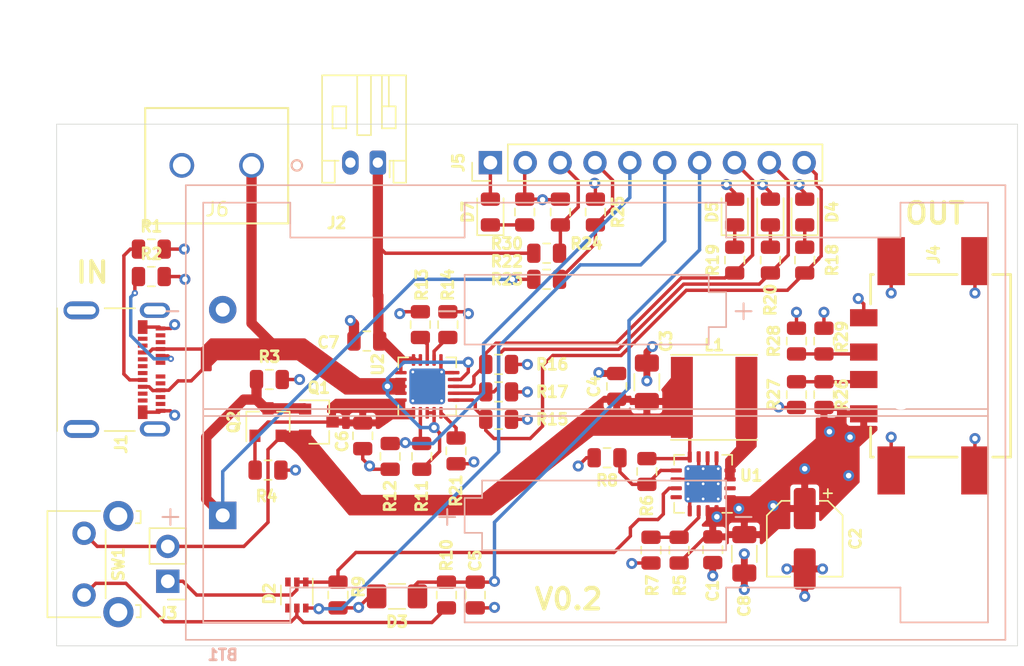
<source format=kicad_pcb>
(kicad_pcb (version 20171130) (host pcbnew "(5.1.4-0-10_14)")
  (layers (0 F.Cu signal) (1 GND power) (2 PWR power) (31 B.Cu signal) (34 B.Paste user) (35 F.Paste user) (36 B.SilkS user) (37 F.SilkS user) (38 B.Mask user) (39 F.Mask user) (44 Edge.Cuts user))
  (net 0 "")
  (net 1 +3V0)
  (net 2 +5V)
  (net 3 "Net-(J1-PadB8)")
  (net 4 "Net-(J1-PadB5)")
  (net 5 GND)
  (net 6 "Net-(J1-PadB7)")
  (net 7 "Net-(J1-PadB6)")
  (net 8 "Net-(J1-PadS1)")
  (net 9 "Net-(J1-PadA8)")
  (net 10 "Net-(J1-PadA7)")
  (net 11 "Net-(J1-PadA6)")
  (net 12 "Net-(J1-PadA5)")
  (net 13 +VIN)
  (net 14 PCTL)
  (net 15 "Net-(D2-Pad1)")
  (net 16 "Net-(D2-Pad5)")
  (net 17 +VUSB)
  (net 18 +VLIPO)
  (net 19 +VCHG)
  (net 20 "Net-(R5-Pad2)")
  (net 21 "Net-(R6-Pad2)")
  (net 22 PWR_BTN)
  (net 23 VPCC)
  (net 24 "Net-(R13-Pad1)")
  (net 25 "Net-(R14-Pad1)")
  (net 26 PG)
  (net 27 BATT_STAT1)
  (net 28 BATT_STAT2)
  (net 29 "Net-(D4-Pad1)")
  (net 30 "Net-(D5-Pad1)")
  (net 31 "Net-(D6-Pad1)")
  (net 32 "Net-(R21-Pad1)")
  (net 33 LIPO_LEVEL)
  (net 34 AA_LEVEL)
  (net 35 "Net-(U1-Pad12)")
  (net 36 "Net-(L1-Pad1)")
  (net 37 "Net-(U1-Pad2)")
  (net 38 "Net-(J4-Pad3)")
  (net 39 "Net-(J4-Pad2)")
  (net 40 "Net-(D7-Pad1)")
  (module footprints:1729128 (layer F.Cu) (at 114.2 103 180)
    (fp_text reference J6 (at 2.5 -3.2) (layer F.SilkS))
    (fp_text value "5V IN")
    (fp_text user * (at 0 0) (layer F.SilkS))
    (pad 2 thru_hole circle (at 5.08 0 180) (size 1.8034 1.8034) (drill 1.2954) (layers *.Cu *.Mask) (net 5 GND))
    (pad 1 thru_hole circle (at 0 0 180) (size 1.8034 1.8034) (drill 1.2954) (layers *.Cu *.Mask) (net 17 +VUSB))
  )
  (module Connector_JST:JST_PH_S2B-PH-K_1x02_P2.00mm_Horizontal (layer F.Cu) (at 123.4 102.8 180)
    (fp_text reference J2 (at 3 -4.4) (layer F.SilkS) (effects (font (size 0.8 0.8) (thickness 0.2))))
    (fp_text value LiPo hide)
    (pad 2 thru_hole oval (at 2 0 180) (size 1.2 1.75) (drill 0.75) (layers *.Cu *.Mask) (net 5 GND))
    (pad 1 thru_hole roundrect (at 0 0 180) (size 1.2 1.75) (drill 0.75) (layers *.Cu *.Mask) (roundrect_rratio 0.208333) (net 18 +VLIPO))
  )
  (module Resistor_SMD:R_1206_3216Metric_Pad1.42x1.75mm_HandSolder (layer F.Cu) (at 124.8 134.4 180)
    (fp_text reference D3 (at 0 -1.85) (layer F.SilkS) (effects (font (size 0.8 0.8) (thickness 0.2))))
    (fp_text value "Zener 3.3v" hide)
    (pad 2 smd roundrect (at 1.4875 0 180) (size 1.425 1.75) (layers F.Cu F.Paste F.Mask) (roundrect_rratio 0.175439) (net 5 GND))
    (pad 1 smd roundrect (at -1.4875 0 180) (size 1.425 1.75) (layers F.Cu F.Paste F.Mask) (roundrect_rratio 0.175439) (net 22 PWR_BTN))
  )
  (module Resistor_SMD:R_0805_2012Metric (layer F.Cu) (at 115.4 125.2)
    (fp_text reference R4 (at -0.1 1.9) (layer F.SilkS) (effects (font (size 0.8 0.8) (thickness 0.2))))
    (fp_text value 10k hide)
    (pad 2 smd roundrect (at 0.9375 0) (size 0.975 1.4) (layers F.Cu F.Paste F.Mask) (net 5 GND))
    (pad 1 smd roundrect (at -0.9375 0) (size 0.975 1.4) (layers F.Cu F.Paste F.Mask) (net 19 +VCHG))
  )
  (module Resistor_SMD:R_0805_2012Metric (layer F.Cu) (at 115.5 118.6)
    (fp_text reference R3 (at 0 -1.65) (layer F.SilkS) (effects (font (size 0.8 0.8) (thickness 0.2))))
    (fp_text value 100k hide)
    (pad 2 smd roundrect (at 0.9375 0) (size 0.975 1.4) (layers F.Cu F.Paste F.Mask) (net 5 GND))
    (pad 1 smd roundrect (at -0.9375 0) (size 0.975 1.4) (layers F.Cu F.Paste F.Mask) (net 1 +3V0))
  )
  (module Package_TO_SOT_SMD:SOT-23 (layer F.Cu) (at 115.4 121.7 90)
    (fp_text reference Q2 (at 0 -2.5 90) (layer F.SilkS) (effects (font (size 0.8 0.8) (thickness 0.2))))
    (fp_text value DMG3415U hide)
    (pad 3 smd rect (at 1 0 90) (size 0.9 0.8) (layers F.Cu F.Paste F.Mask) (net 1 +3V0))
    (pad 2 smd rect (at -1 0.95 90) (size 0.9 0.8) (layers F.Cu F.Paste F.Mask) (net 13 +VIN))
    (pad 1 smd rect (at -1 -0.95 90) (size 0.9 0.8) (layers F.Cu F.Paste F.Mask) (net 19 +VCHG))
  )
  (module Package_TO_SOT_SMD:SOT-23 (layer F.Cu) (at 119.1 121.7)
    (fp_text reference Q1 (at 0 -2.5) (layer F.SilkS) (effects (font (size 0.8 0.8) (thickness 0.2))))
    (fp_text value DMG3415U hide)
    (pad 3 smd rect (at 1 0) (size 0.9 0.8) (layers F.Cu F.Paste F.Mask) (net 19 +VCHG))
    (pad 2 smd rect (at -1 0.95) (size 0.9 0.8) (layers F.Cu F.Paste F.Mask) (net 13 +VIN))
    (pad 1 smd rect (at -1 -0.95) (size 0.9 0.8) (layers F.Cu F.Paste F.Mask) (net 1 +3V0))
  )
  (module footprints:SW_Tactile_SKHH_Angled (layer F.Cu) (at 102 134.3 90)
    (fp_text reference SW1 (at 2.25 2.5 90) (layer F.SilkS) (effects (font (size 0.8 0.8) (thickness 0.2))))
    (fp_text value SW_Push hide)
    (pad 1 thru_hole circle (at 0 0 270) (size 1.7 1.7) (drill 1) (layers *.Cu *.Mask) (net 16 "Net-(D2-Pad5)"))
    (pad 2 thru_hole circle (at 4.5 0 270) (size 1.7 1.7) (drill 1) (layers *.Cu *.Mask) (net 13 +VIN))
    (pad "" thru_hole circle (at -1.25 2.5 270) (size 2.2 2.2) (drill 1.3) (layers *.Cu *.Mask))
    (pad "" thru_hole circle (at 5.75 2.5 270) (size 2.2 2.2) (drill 1.3) (layers *.Cu *.Mask))
  )
  (module Capacitor_SMD:CP_Elec_5x5.3 (layer F.Cu) (at 154.5 130.2 270)
    (fp_text reference C2 (at 0 -3.7 90) (layer F.SilkS) (effects (font (size 0.8 0.8) (thickness 0.2))))
    (fp_text value 100uF hide)
    (pad 2 smd roundrect (at 2.2 0 270) (size 3 1.6) (layers F.Cu F.Paste F.Mask) (roundrect_rratio 0.15625) (net 5 GND))
    (pad 1 smd roundrect (at -2.2 0 270) (size 3 1.6) (layers F.Cu F.Paste F.Mask) (roundrect_rratio 0.156) (net 2 +5V))
  )
  (module Capacitor_SMD:C_0805_2012Metric (layer F.Cu) (at 140.8 119.1 90)
    (fp_text reference C4 (at 0 -1.65 90) (layer F.SilkS) (effects (font (size 0.8 0.8) (thickness 0.2))))
    (fp_text value 0.1uF hide)
    (pad 2 smd roundrect (at 0.9375 0 90) (size 0.975 1.4) (layers F.Cu F.Paste F.Mask) (net 5 GND))
    (pad 1 smd roundrect (at -0.9375 0 90) (size 0.975 1.4) (layers F.Cu F.Paste F.Mask) (net 13 +VIN))
  )
  (module Capacitor_SMD:C_1206_3216Metric (layer F.Cu) (at 143 118.8 90)
    (fp_text reference C3 (at 3 1.4 90) (layer F.SilkS) (effects (font (size 0.8 0.8) (thickness 0.2))))
    (fp_text value 10uF hide)
    (pad 2 smd roundrect (at 1.4 0 90) (size 1.25 1.75) (layers F.Cu F.Paste F.Mask) (roundrect_rratio 0.2) (net 5 GND))
    (pad 1 smd roundrect (at -1.4 0 90) (size 1.25 1.75) (layers F.Cu F.Paste F.Mask) (roundrect_rratio 0.2) (net 13 +VIN))
  )
  (module Capacitor_SMD:C_1206_3216Metric (layer F.Cu) (at 150.1 131.3 270)
    (fp_text reference C8 (at 3.8 0 90) (layer F.SilkS) (effects (font (size 0.8 0.8) (thickness 0.2))))
    (fp_text value 10uF hide)
    (pad 2 smd roundrect (at 1.4 0 270) (size 1.25 1.75) (layers F.Cu F.Paste F.Mask) (roundrect_rratio 0.2) (net 5 GND))
    (pad 1 smd roundrect (at -1.4 0 270) (size 1.25 1.75) (layers F.Cu F.Paste F.Mask) (roundrect_rratio 0.2) (net 2 +5V))
  )
  (module Resistor_SMD:R_0805_2012Metric (layer F.Cu) (at 134.1 106.4 90)
    (fp_text reference R30 (at -2.3 -1.3 180) (layer F.SilkS) (effects (font (size 0.8 0.8) (thickness 0.2))))
    (fp_text value 100 hide)
    (pad 2 smd roundrect (at 0.9375 0 90) (size 0.975 1.4) (layers F.Cu F.Paste F.Mask) (net 5 GND))
    (pad 1 smd roundrect (at -0.9375 0 90) (size 0.975 1.4) (layers F.Cu F.Paste F.Mask) (net 40 "Net-(D7-Pad1)"))
  )
  (module Connector_PinHeader_2.54mm:PinHeader_1x10_P2.54mm_Vertical (layer F.Cu) (at 131.6 102.8 90)
    (fp_text reference J5 (at 0 -2.33 90) (layer F.SilkS) (effects (font (size 0.8 0.8) (thickness 0.2))))
    (fp_text value Conn_01x10_Male hide)
    (pad 10 thru_hole oval (at 0 22.86 90) (size 1.7 1.7) (drill 1) (layers *.Cu *.Mask) (net 26 PG))
    (pad 9 thru_hole oval (at 0 20.32 90) (size 1.7 1.7) (drill 1) (layers *.Cu *.Mask) (net 28 BATT_STAT2))
    (pad 8 thru_hole oval (at 0 17.78 90) (size 1.7 1.7) (drill 1) (layers *.Cu *.Mask) (net 27 BATT_STAT1))
    (pad 7 thru_hole oval (at 0 15.24 90) (size 1.7 1.7) (drill 1) (layers *.Cu *.Mask) (net 22 PWR_BTN))
    (pad 6 thru_hole oval (at 0 12.7 90) (size 1.7 1.7) (drill 1) (layers *.Cu *.Mask) (net 14 PCTL))
    (pad 5 thru_hole oval (at 0 10.16 90) (size 1.7 1.7) (drill 1) (layers *.Cu *.Mask) (net 23 VPCC))
    (pad 4 thru_hole oval (at 0 7.62 90) (size 1.7 1.7) (drill 1) (layers *.Cu *.Mask) (net 34 AA_LEVEL))
    (pad 3 thru_hole oval (at 0 5.08 90) (size 1.7 1.7) (drill 1) (layers *.Cu *.Mask) (net 33 LIPO_LEVEL))
    (pad 2 thru_hole oval (at 0 2.54 90) (size 1.7 1.7) (drill 1) (layers *.Cu *.Mask) (net 5 GND))
    (pad 1 thru_hole rect (at 0 0 90) (size 1.7 1.7) (drill 1) (layers *.Cu *.Mask) (net 2 +5V))
  )
  (module LED_SMD:LED_0805_2012Metric (layer F.Cu) (at 131.6 106.4 90)
    (fp_text reference D7 (at 0 -1.65 90) (layer F.SilkS) (effects (font (size 0.8 0.8) (thickness 0.2))))
    (fp_text value PWR hide)
    (pad 2 smd roundrect (at 0.9375 0 90) (size 0.975 1.4) (layers F.Cu F.Paste F.Mask) (net 2 +5V))
    (pad 1 smd roundrect (at -0.9375 0 90) (size 0.975 1.4) (layers F.Cu F.Paste F.Mask) (net 40 "Net-(D7-Pad1)"))
  )
  (module Resistor_SMD:R_0805_2012Metric (layer F.Cu) (at 155.9 115.8 270)
    (fp_text reference R29 (at -0.3 -1.3 90) (layer F.SilkS) (effects (font (size 0.8 0.8) (thickness 0.2))))
    (fp_text value 75k hide)
    (pad 2 smd roundrect (at 0.9375 0 270) (size 0.975 1.4) (layers F.Cu F.Paste F.Mask) (net 38 "Net-(J4-Pad3)"))
    (pad 1 smd roundrect (at -0.9375 0 270) (size 0.975 1.4) (layers F.Cu F.Paste F.Mask) (net 2 +5V))
  )
  (module Resistor_SMD:R_0805_2012Metric (layer F.Cu) (at 153.9 115.8 90)
    (fp_text reference R28 (at 0 -1.65 90) (layer F.SilkS) (effects (font (size 0.8 0.8) (thickness 0.2))))
    (fp_text value 50k hide)
    (pad 2 smd roundrect (at 0.9375 0 90) (size 0.975 1.4) (layers F.Cu F.Paste F.Mask) (net 5 GND))
    (pad 1 smd roundrect (at -0.9375 0 90) (size 0.975 1.4) (layers F.Cu F.Paste F.Mask) (net 38 "Net-(J4-Pad3)"))
  )
  (module Resistor_SMD:R_0805_2012Metric (layer F.Cu) (at 153.9 119.7 90)
    (fp_text reference R27 (at 0 -1.65 90) (layer F.SilkS) (effects (font (size 0.8 0.8) (thickness 0.2))))
    (fp_text value 50k hide)
    (pad 2 smd roundrect (at 0.9375 0 90) (size 0.975 1.4) (layers F.Cu F.Paste F.Mask) (net 39 "Net-(J4-Pad2)"))
    (pad 1 smd roundrect (at -0.9375 0 90) (size 0.975 1.4) (layers F.Cu F.Paste F.Mask) (net 5 GND))
  )
  (module Resistor_SMD:R_0805_2012Metric (layer F.Cu) (at 155.9 119.7 270)
    (fp_text reference R26 (at 0 -1.3 90) (layer F.SilkS) (effects (font (size 0.8 0.8) (thickness 0.2))))
    (fp_text value 75k hide)
    (pad 2 smd roundrect (at 0.9375 0 270) (size 0.975 1.4) (layers F.Cu F.Paste F.Mask) (net 2 +5V))
    (pad 1 smd roundrect (at -0.9375 0 270) (size 0.975 1.4) (layers F.Cu F.Paste F.Mask) (net 39 "Net-(J4-Pad2)"))
  )
  (module footprints:629104190121 (layer F.Cu) (at 164.4 117.6 90)
    (fp_text reference J4 (at 8.1 -0.5 90) (layer F.SilkS) (effects (font (size 0.8 0.8) (thickness 0.2))))
    (fp_text value 629104190121 hide)
    (pad 4 smd rect (at 3.5 -5.6 90) (size 1.25 2) (layers F.Cu F.Paste F.Mask) (net 5 GND))
    (pad 3 smd rect (at 1 -5.6 90) (size 1.25 2) (layers F.Cu F.Paste F.Mask) (net 38 "Net-(J4-Pad3)"))
    (pad 2 smd rect (at -1 -5.6 90) (size 1.25 2) (layers F.Cu F.Paste F.Mask) (net 39 "Net-(J4-Pad2)"))
    (pad S3 smd rect (at -7.625 2.5 90) (size 3.5 2) (layers F.Cu F.Paste F.Mask) (net 5 GND))
    (pad S4 smd rect (at 7.625 2.5 90) (size 3.5 2) (layers F.Cu F.Paste F.Mask) (net 5 GND))
    (pad S2 smd rect (at 7.625 -3.6 90) (size 3.5 2) (layers F.Cu F.Paste F.Mask) (net 5 GND))
    (pad S1 smd rect (at -7.625 -3.6 90) (size 3.5 2) (layers F.Cu F.Paste F.Mask) (net 5 GND))
    (pad 1 smd rect (at -3.5 -5.6 90) (size 1.25 2) (layers F.Cu F.Paste F.Mask) (net 2 +5V))
    (pad None np_thru_hole circle (at 2.45 -2.9 90) (size 1.5 1.5) (drill 1.5) (layers *.Cu *.Mask))
    (pad None np_thru_hole circle (at -2.45 -2.9 90) (size 1.5 1.5) (drill 1.5) (layers *.Cu *.Mask))
  )
  (module Inductor_SMD:L_Taiyo-Yuden_NR-60xx (layer F.Cu) (at 147.9 119.9 180)
    (fp_text reference L1 (at 0 3.8) (layer F.SilkS) (effects (font (size 0.8 0.8) (thickness 0.2))))
    (fp_text value L hide)
    (pad 2 smd rect (at 2.35 0 180) (size 1.6 5.9) (layers F.Cu F.Paste F.Mask) (net 13 +VIN))
    (pad 1 smd rect (at -2.35 0 180) (size 1.6 5.9) (layers F.Cu F.Paste F.Mask) (net 36 "Net-(L1-Pad1)"))
  )
  (module Package_DFN_QFN:QFN-20-1EP_4x4mm_P0.5mm_EP2.6x2.6mm_ThermalVias (layer F.Cu) (at 127 119.1 90)
    (fp_text reference U2 (at 1.6 -3.6 90) (layer F.SilkS) (effects (font (size 0.8 0.8) (thickness 0.2))))
    (fp_text value MCP73871 hide)
    (pad 20 smd roundrect (at -1 -1.925 90) (size 0.25 0.85) (layers F.Cu F.Paste F.Mask) (net 19 +VCHG))
    (pad 19 smd roundrect (at -0.5 -1.925 90) (size 0.25 0.85) (layers F.Cu F.Paste F.Mask) (net 17 +VUSB))
    (pad 18 smd roundrect (at 0 -1.925 90) (size 0.25 0.85) (layers F.Cu F.Paste F.Mask) (net 17 +VUSB))
    (pad 17 smd roundrect (at 0.5 -1.925 90) (size 0.25 0.85) (layers F.Cu F.Paste F.Mask) (net 17 +VUSB))
    (pad 16 smd roundrect (at 1 -1.925 90) (size 0.25 0.85) (layers F.Cu F.Paste F.Mask) (net 18 +VLIPO))
    (pad 15 smd roundrect (at 1.925 -1 90) (size 0.85 0.25) (layers F.Cu F.Paste F.Mask) (net 18 +VLIPO))
    (pad 14 smd roundrect (at 1.925 -0.5 90) (size 0.85 0.25) (layers F.Cu F.Paste F.Mask) (net 18 +VLIPO))
    (pad 13 smd roundrect (at 1.925 0 90) (size 0.85 0.25) (layers F.Cu F.Paste F.Mask) (net 24 "Net-(R13-Pad1)"))
    (pad 12 smd roundrect (at 1.925 0.5 90) (size 0.85 0.25) (layers F.Cu F.Paste F.Mask) (net 25 "Net-(R14-Pad1)"))
    (pad 11 smd roundrect (at 1.925 1 90) (size 0.85 0.25) (layers F.Cu F.Paste F.Mask) (net 5 GND))
    (pad 10 smd roundrect (at 1 1.925 90) (size 0.25 0.85) (layers F.Cu F.Paste F.Mask) (net 5 GND))
    (pad 9 smd roundrect (at 0.5 1.925 90) (size 0.25 0.85) (layers F.Cu F.Paste F.Mask) (net 17 +VUSB))
    (pad 8 smd roundrect (at 0 1.925 90) (size 0.25 0.85) (layers F.Cu F.Paste F.Mask) (net 27 BATT_STAT1))
    (pad 7 smd roundrect (at -0.5 1.925 90) (size 0.25 0.85) (layers F.Cu F.Paste F.Mask) (net 28 BATT_STAT2))
    (pad 6 smd roundrect (at -1 1.925 90) (size 0.25 0.85) (layers F.Cu F.Paste F.Mask) (net 26 PG))
    (pad 5 smd roundrect (at -1.925 1 90) (size 0.85 0.25) (layers F.Cu F.Paste F.Mask) (net 32 "Net-(R21-Pad1)"))
    (pad 4 smd roundrect (at -1.925 0.5 90) (size 0.85 0.25) (layers F.Cu F.Paste F.Mask) (net 17 +VUSB))
    (pad 3 smd roundrect (at -1.925 0 90) (size 0.85 0.25) (layers F.Cu F.Paste F.Mask) (net 17 +VUSB))
    (pad 2 smd roundrect (at -1.925 -0.5 90) (size 0.85 0.25) (layers F.Cu F.Paste F.Mask) (net 23 VPCC))
    (pad 1 smd roundrect (at -1.925 -1 90) (size 0.85 0.25) (layers F.Cu F.Paste F.Mask) (net 19 +VCHG))
    (pad 21 smd roundrect (at 0 0 90) (size 2.6 2.6) (layers B.Cu) (roundrect_rratio 0.096154) (net 5 GND))
    (pad 21 thru_hole circle (at 1.05 1.05 90) (size 0.5 0.5) (drill 0.2) (layers *.Cu) (net 5 GND))
    (pad 21 thru_hole circle (at -1.05 1.05 90) (size 0.5 0.5) (drill 0.2) (layers *.Cu) (net 5 GND))
    (pad 21 thru_hole circle (at 1.05 -1.05 90) (size 0.5 0.5) (drill 0.2) (layers *.Cu) (net 5 GND))
    (pad 21 thru_hole circle (at -1.05 -1.05 90) (size 0.5 0.5) (drill 0.2) (layers *.Cu) (net 5 GND))
    (pad 21 smd roundrect (at 0 0 90) (size 2.6 2.6) (layers F.Cu F.Mask) (roundrect_rratio 0.096154) (net 5 GND))
  )
  (module Package_DFN_QFN:QFN-16-1EP_4x4mm_P0.65mm_EP2.7x2.7mm_ThermalVias (layer F.Cu) (at 147.1 126.2 180)
    (fp_text reference U1 (at -3.5 0.6) (layer F.SilkS) (effects (font (size 0.8 0.8) (thickness 0.2))))
    (fp_text value TPS61090 hide)
    (pad 16 smd roundrect (at -0.975 -1.9625 180) (size 0.3 0.825) (layers F.Cu F.Paste F.Mask) (net 2 +5V))
    (pad 15 smd roundrect (at -0.325 -1.9625 180) (size 0.3 0.825) (layers F.Cu F.Paste F.Mask) (net 2 +5V))
    (pad 14 smd roundrect (at 0.325 -1.9625 180) (size 0.3 0.825) (layers F.Cu F.Paste F.Mask) (net 20 "Net-(R5-Pad2)"))
    (pad 13 smd roundrect (at 0.975 -1.9625 180) (size 0.3 0.825) (layers F.Cu F.Paste F.Mask) (net 5 GND))
    (pad 12 smd roundrect (at 1.9625 -0.975 180) (size 0.825 0.3) (layers F.Cu F.Paste F.Mask) (net 35 "Net-(U1-Pad12)"))
    (pad 11 smd roundrect (at 1.9625 -0.325 180) (size 0.825 0.3) (layers F.Cu F.Paste F.Mask) (net 15 "Net-(D2-Pad1)"))
    (pad 10 smd roundrect (at 1.9625 0.325 180) (size 0.825 0.3) (layers F.Cu F.Paste F.Mask) (net 5 GND))
    (pad 9 smd roundrect (at 1.9625 0.975 180) (size 0.825 0.3) (layers F.Cu F.Paste F.Mask) (net 21 "Net-(R6-Pad2)"))
    (pad 8 smd roundrect (at 0.975 1.9625 180) (size 0.3 0.825) (layers F.Cu F.Paste F.Mask) (net 13 +VIN))
    (pad 7 smd roundrect (at 0.325 1.9625 180) (size 0.3 0.825) (layers F.Cu F.Paste F.Mask) (net 5 GND))
    (pad 6 smd roundrect (at -0.325 1.9625 180) (size 0.3 0.825) (layers F.Cu F.Paste F.Mask) (net 5 GND))
    (pad 5 smd roundrect (at -0.975 1.9625 180) (size 0.3 0.825) (layers F.Cu F.Paste F.Mask) (net 5 GND))
    (pad 4 smd roundrect (at -1.9625 0.975 180) (size 0.825 0.3) (layers F.Cu F.Paste F.Mask) (net 36 "Net-(L1-Pad1)"))
    (pad 3 smd roundrect (at -1.9625 0.325 180) (size 0.825 0.3) (layers F.Cu F.Paste F.Mask) (net 36 "Net-(L1-Pad1)"))
    (pad 2 smd roundrect (at -1.9625 -0.325 180) (size 0.825 0.3) (layers F.Cu F.Paste F.Mask) (net 37 "Net-(U1-Pad2)"))
    (pad 1 smd roundrect (at -1.9625 -0.975 180) (size 0.825 0.3) (layers F.Cu F.Paste F.Mask) (net 2 +5V))
    (pad 17 smd roundrect (at 0 0 180) (size 2.7 2.7) (layers B.Cu) (roundrect_rratio 0.09259299999999999) (net 5 GND))
    (pad 17 thru_hole circle (at 1.1 1.1 180) (size 0.5 0.5) (drill 0.2) (layers *.Cu) (net 5 GND))
    (pad 17 thru_hole circle (at 0 1.1 180) (size 0.5 0.5) (drill 0.2) (layers *.Cu) (net 5 GND))
    (pad 17 thru_hole circle (at -1.1 1.1 180) (size 0.5 0.5) (drill 0.2) (layers *.Cu) (net 5 GND))
    (pad 17 thru_hole circle (at 1.1 0 180) (size 0.5 0.5) (drill 0.2) (layers *.Cu) (net 5 GND))
    (pad 17 thru_hole circle (at 0 0 180) (size 0.5 0.5) (drill 0.2) (layers *.Cu) (net 5 GND))
    (pad 17 thru_hole circle (at -1.1 0 180) (size 0.5 0.5) (drill 0.2) (layers *.Cu) (net 5 GND))
    (pad 17 thru_hole circle (at 1.1 -1.1 180) (size 0.5 0.5) (drill 0.2) (layers *.Cu) (net 5 GND))
    (pad 17 thru_hole circle (at 0 -1.1 180) (size 0.5 0.5) (drill 0.2) (layers *.Cu) (net 5 GND))
    (pad 17 thru_hole circle (at -1.1 -1.1 180) (size 0.5 0.5) (drill 0.2) (layers *.Cu) (net 5 GND))
    (pad 17 smd roundrect (at 0 0 180) (size 2.7 2.7) (layers F.Cu F.Mask) (roundrect_rratio 0.09259299999999999) (net 5 GND))
  )
  (module LED_SMD:LED_0805_2012Metric (layer F.Cu) (at 152 106.4 90)
    (fp_text reference D6 hide)
    (fp_text value STAT2 hide)
    (pad 2 smd roundrect (at 0.9375 0 90) (size 0.975 1.4) (layers F.Cu F.Paste F.Mask) (net 2 +5V))
    (pad 1 smd roundrect (at -0.9375 0 90) (size 0.975 1.4) (layers F.Cu F.Paste F.Mask) (net 31 "Net-(D6-Pad1)"))
  )
  (module LED_SMD:LED_0805_2012Metric (layer F.Cu) (at 149.4 106.4 90)
    (fp_text reference D5 (at 0 -1.65 90) (layer F.SilkS) (effects (font (size 0.8 0.8) (thickness 0.2))))
    (fp_text value STAT1 hide)
    (pad 2 smd roundrect (at 0.9375 0 90) (size 0.975 1.4) (layers F.Cu F.Paste F.Mask) (net 2 +5V))
    (pad 1 smd roundrect (at -0.9375 0 90) (size 0.975 1.4) (layers F.Cu F.Paste F.Mask) (net 30 "Net-(D5-Pad1)"))
  )
  (module LED_SMD:LED_0805_2012Metric (layer F.Cu) (at 154.5 106.4 90)
    (fp_text reference D4 (at 0 2 90) (layer F.SilkS) (effects (font (size 0.8 0.8) (thickness 0.2))))
    (fp_text value PG hide)
    (pad 2 smd roundrect (at 0.9375 0 90) (size 0.975 1.4) (layers F.Cu F.Paste F.Mask) (net 2 +5V))
    (pad 1 smd roundrect (at -0.9375 0 90) (size 0.975 1.4) (layers F.Cu F.Paste F.Mask) (net 29 "Net-(D4-Pad1)"))
  )
  (module Capacitor_SMD:C_0805_2012Metric (layer F.Cu) (at 122.6 115.8 180)
    (fp_text reference C7 (at 2.8 -0.1) (layer F.SilkS) (effects (font (size 0.8 0.8) (thickness 0.2))))
    (fp_text value 10uF hide)
    (pad 2 smd roundrect (at 0.9375 0 180) (size 0.975 1.4) (layers F.Cu F.Paste F.Mask) (net 5 GND))
    (pad 1 smd roundrect (at -0.9375 0 180) (size 0.975 1.4) (layers F.Cu F.Paste F.Mask) (net 18 +VLIPO))
  )
  (module Capacitor_SMD:C_0805_2012Metric (layer F.Cu) (at 122.3 122.7 270)
    (fp_text reference C6 (at 0.4 1.5 90) (layer F.SilkS) (effects (font (size 0.8 0.8) (thickness 0.2))))
    (fp_text value 4.7uF hide)
    (pad 2 smd roundrect (at 0.9375 0 270) (size 0.975 1.4) (layers F.Cu F.Paste F.Mask) (net 5 GND))
    (pad 1 smd roundrect (at -0.9375 0 270) (size 0.975 1.4) (layers F.Cu F.Paste F.Mask) (net 19 +VCHG))
  )
  (module Capacitor_SMD:C_0805_2012Metric (layer F.Cu) (at 130.5 134.3 270)
    (fp_text reference C5 (at -2.5 0 90) (layer F.SilkS) (effects (font (size 0.8 0.8) (thickness 0.2))))
    (fp_text value 1uF hide)
    (pad 2 smd roundrect (at 0.9375 0 270) (size 0.975 1.4) (layers F.Cu F.Paste F.Mask) (net 5 GND))
    (pad 1 smd roundrect (at -0.9375 0 270) (size 0.975 1.4) (layers F.Cu F.Paste F.Mask) (net 22 PWR_BTN))
  )
  (module Capacitor_SMD:C_0805_2012Metric (layer F.Cu) (at 147.8 131 270)
    (fp_text reference C1 (at 3 0 90) (layer F.SilkS) (effects (font (size 0.8 0.8) (thickness 0.2))))
    (fp_text value 2.2uF hide)
    (pad 2 smd roundrect (at 0.9375 0 270) (size 0.975 1.4) (layers F.Cu F.Paste F.Mask) (net 5 GND))
    (pad 1 smd roundrect (at -0.9375 0 270) (size 0.975 1.4) (layers F.Cu F.Paste F.Mask) (net 2 +5V))
  )
  (module Resistor_SMD:R_0805_2012Metric (layer F.Cu) (at 139.25 106.4 90)
    (fp_text reference R25 (at 0 1.65 90) (layer F.SilkS) (effects (font (size 0.8 0.8) (thickness 0.2))))
    (fp_text value 10K hide)
    (pad 2 smd roundrect (at 0.9375 0 90) (size 0.975 1.4) (layers F.Cu F.Paste F.Mask) (net 5 GND))
    (pad 1 smd roundrect (at -0.9375 0 90) (size 0.975 1.4) (layers F.Cu F.Paste F.Mask) (net 34 AA_LEVEL))
  )
  (module Resistor_SMD:R_0805_2012Metric (layer F.Cu) (at 136.7 106.4 90)
    (fp_text reference R24 (at -2.3 1.9 180) (layer F.SilkS) (effects (font (size 0.8 0.8) (thickness 0.2))))
    (fp_text value 10K hide)
    (pad 2 smd roundrect (at 0.9375 0 90) (size 0.975 1.4) (layers F.Cu F.Paste F.Mask) (net 5 GND))
    (pad 1 smd roundrect (at -0.9375 0 90) (size 0.975 1.4) (layers F.Cu F.Paste F.Mask) (net 33 LIPO_LEVEL))
  )
  (module Resistor_SMD:R_0805_2012Metric (layer F.Cu) (at 135.7 111.3)
    (fp_text reference R23 (at -2.9 0) (layer F.SilkS) (effects (font (size 0.8 0.8) (thickness 0.2))))
    (fp_text value 10K hide)
    (pad 2 smd roundrect (at 0.9375 0) (size 0.975 1.4) (layers F.Cu F.Paste F.Mask) (net 34 AA_LEVEL))
    (pad 1 smd roundrect (at -0.9375 0) (size 0.975 1.4) (layers F.Cu F.Paste F.Mask) (net 1 +3V0))
  )
  (module Resistor_SMD:R_0805_2012Metric (layer F.Cu) (at 135.7 109.4)
    (fp_text reference R22 (at -2.9 0.6) (layer F.SilkS) (effects (font (size 0.8 0.8) (thickness 0.2))))
    (fp_text value 10K hide)
    (pad 2 smd roundrect (at 0.9375 0) (size 0.975 1.4) (layers F.Cu F.Paste F.Mask) (net 33 LIPO_LEVEL))
    (pad 1 smd roundrect (at -0.9375 0) (size 0.975 1.4) (layers F.Cu F.Paste F.Mask) (net 18 +VLIPO))
  )
  (module Resistor_SMD:R_0805_2012Metric (layer F.Cu) (at 129.1 123.8 270)
    (fp_text reference R21 (at 2.9 0 90) (layer F.SilkS) (effects (font (size 0.8 0.8) (thickness 0.2))))
    (fp_text value 10K hide)
    (pad 2 smd roundrect (at 0.9375 0 270) (size 0.975 1.4) (layers F.Cu F.Paste F.Mask) (net 5 GND))
    (pad 1 smd roundrect (at -0.9375 0 270) (size 0.975 1.4) (layers F.Cu F.Paste F.Mask) (net 32 "Net-(R21-Pad1)"))
  )
  (module Resistor_SMD:R_0805_2012Metric (layer F.Cu) (at 152 109.9 270)
    (fp_text reference R20 (at 2.9 0 90) (layer F.SilkS) (effects (font (size 0.8 0.8) (thickness 0.2))))
    (fp_text value 100 hide)
    (pad 2 smd roundrect (at 0.9375 0 270) (size 0.975 1.4) (layers F.Cu F.Paste F.Mask) (net 28 BATT_STAT2))
    (pad 1 smd roundrect (at -0.9375 0 270) (size 0.975 1.4) (layers F.Cu F.Paste F.Mask) (net 31 "Net-(D6-Pad1)"))
  )
  (module Resistor_SMD:R_0805_2012Metric (layer F.Cu) (at 149.4 109.9 270)
    (fp_text reference R19 (at 0 1.6 90) (layer F.SilkS) (effects (font (size 0.8 0.8) (thickness 0.2))))
    (fp_text value 100 hide)
    (pad 2 smd roundrect (at 0.9375 0 270) (size 0.975 1.4) (layers F.Cu F.Paste F.Mask) (net 27 BATT_STAT1))
    (pad 1 smd roundrect (at -0.9375 0 270) (size 0.975 1.4) (layers F.Cu F.Paste F.Mask) (net 30 "Net-(D5-Pad1)"))
  )
  (module Resistor_SMD:R_0805_2012Metric (layer F.Cu) (at 154.5 109.9 270)
    (fp_text reference R18 (at 0 -2 90) (layer F.SilkS) (effects (font (size 0.8 0.8) (thickness 0.2))))
    (fp_text value 100 hide)
    (pad 2 smd roundrect (at 0.9375 0 270) (size 0.975 1.4) (layers F.Cu F.Paste F.Mask) (net 26 PG))
    (pad 1 smd roundrect (at -0.9375 0 270) (size 0.975 1.4) (layers F.Cu F.Paste F.Mask) (net 29 "Net-(D4-Pad1)"))
  )
  (module Resistor_SMD:R_0805_2012Metric (layer F.Cu) (at 132.2 119.5 180)
    (fp_text reference R17 (at -3.9 0) (layer F.SilkS) (effects (font (size 0.8 0.8) (thickness 0.2))))
    (fp_text value 10K hide)
    (pad 2 smd roundrect (at 0.9375 0 180) (size 0.975 1.4) (layers F.Cu F.Paste F.Mask) (net 28 BATT_STAT2))
    (pad 1 smd roundrect (at -0.9375 0 180) (size 0.975 1.4) (layers F.Cu F.Paste F.Mask) (net 2 +5V))
  )
  (module Resistor_SMD:R_0805_2012Metric (layer F.Cu) (at 132.2 117.5 180)
    (fp_text reference R16 (at -3.9 0) (layer F.SilkS) (effects (font (size 0.8 0.8) (thickness 0.2))))
    (fp_text value 10K hide)
    (pad 2 smd roundrect (at 0.9375 0 180) (size 0.975 1.4) (layers F.Cu F.Paste F.Mask) (net 27 BATT_STAT1))
    (pad 1 smd roundrect (at -0.9375 0 180) (size 0.975 1.4) (layers F.Cu F.Paste F.Mask) (net 2 +5V))
  )
  (module Resistor_SMD:R_0805_2012Metric (layer F.Cu) (at 132.2 121.5 180)
    (fp_text reference R15 (at -3.9 0) (layer F.SilkS) (effects (font (size 0.8 0.8) (thickness 0.2))))
    (fp_text value 10K hide)
    (pad 2 smd roundrect (at 0.9375 0 180) (size 0.975 1.4) (layers F.Cu F.Paste F.Mask) (net 26 PG))
    (pad 1 smd roundrect (at -0.9375 0 180) (size 0.975 1.4) (layers F.Cu F.Paste F.Mask) (net 2 +5V))
  )
  (module Resistor_SMD:R_0805_2012Metric (layer F.Cu) (at 128.5 114.6 90)
    (fp_text reference R14 (at 2.9 0 90) (layer F.SilkS) (effects (font (size 0.8 0.8) (thickness 0.2))))
    (fp_text value 100K hide)
    (pad 2 smd roundrect (at 0.9375 0 90) (size 0.975 1.4) (layers F.Cu F.Paste F.Mask) (net 5 GND))
    (pad 1 smd roundrect (at -0.9375 0 90) (size 0.975 1.4) (layers F.Cu F.Paste F.Mask) (net 25 "Net-(R14-Pad1)"))
  )
  (module Resistor_SMD:R_0805_2012Metric (layer F.Cu) (at 126.5 114.6 90)
    (fp_text reference R13 (at 2.9 0.1 90) (layer F.SilkS) (effects (font (size 0.8 0.8) (thickness 0.2))))
    (fp_text value 1K hide)
    (pad 2 smd roundrect (at 0.9375 0 90) (size 0.975 1.4) (layers F.Cu F.Paste F.Mask) (net 5 GND))
    (pad 1 smd roundrect (at -0.9375 0 90) (size 0.975 1.4) (layers F.Cu F.Paste F.Mask) (net 24 "Net-(R13-Pad1)"))
  )
  (module Resistor_SMD:R_0805_2012Metric (layer F.Cu) (at 124.3 124.2 270)
    (fp_text reference R12 (at 2.9 0 90) (layer F.SilkS) (effects (font (size 0.8 0.8) (thickness 0.2))))
    (fp_text value 100K hide)
    (pad 2 smd roundrect (at 0.9375 0 270) (size 0.975 1.4) (layers F.Cu F.Paste F.Mask) (net 5 GND))
    (pad 1 smd roundrect (at -0.9375 0 270) (size 0.975 1.4) (layers F.Cu F.Paste F.Mask) (net 23 VPCC))
  )
  (module Resistor_SMD:R_0805_2012Metric (layer F.Cu) (at 126.6 124.2 90)
    (fp_text reference R11 (at -2.9 0 90) (layer F.SilkS) (effects (font (size 0.8 0.8) (thickness 0.2))))
    (fp_text value 270K hide)
    (pad 2 smd roundrect (at 0.9375 0 90) (size 0.975 1.4) (layers F.Cu F.Paste F.Mask) (net 23 VPCC))
    (pad 1 smd roundrect (at -0.9375 0 90) (size 0.975 1.4) (layers F.Cu F.Paste F.Mask) (net 17 +VUSB))
  )
  (module Resistor_SMD:R_0805_2012Metric (layer F.Cu) (at 128.4 134.3 90)
    (fp_text reference R10 (at 2.9 0 90) (layer F.SilkS) (effects (font (size 0.8 0.8) (thickness 0.2))))
    (fp_text value 330 hide)
    (pad 2 smd roundrect (at 0.9375 0 90) (size 0.975 1.4) (layers F.Cu F.Paste F.Mask) (net 22 PWR_BTN))
    (pad 1 smd roundrect (at -0.9375 0 90) (size 0.975 1.4) (layers F.Cu F.Paste F.Mask) (net 16 "Net-(D2-Pad5)"))
  )
  (module Resistor_SMD:R_0805_2012Metric (layer F.Cu) (at 120.5 134.3 90)
    (fp_text reference R9 (at 0.6 1.5 90) (layer F.SilkS) (effects (font (size 0.8 0.8) (thickness 0.2))))
    (fp_text value 200K hide)
    (pad 2 smd roundrect (at 0.9375 0 90) (size 0.975 1.4) (layers F.Cu F.Paste F.Mask) (net 15 "Net-(D2-Pad1)"))
    (pad 1 smd roundrect (at -0.9375 0 90) (size 0.975 1.4) (layers F.Cu F.Paste F.Mask) (net 5 GND))
  )
  (module Resistor_SMD:R_0805_2012Metric (layer F.Cu) (at 140.1 124.3 180)
    (fp_text reference R8 (at 0 -1.65) (layer F.SilkS) (effects (font (size 0.8 0.8) (thickness 0.2))))
    (fp_text value 340K hide)
    (pad 2 smd roundrect (at 0.9375 0 180) (size 0.975 1.4) (layers F.Cu F.Paste F.Mask) (net 5 GND))
    (pad 1 smd roundrect (at -0.9375 0 180) (size 0.975 1.4) (layers F.Cu F.Paste F.Mask) (net 21 "Net-(R6-Pad2)"))
  )
  (module Resistor_SMD:R_0805_2012Metric (layer F.Cu) (at 143.3 131.03 270)
    (fp_text reference R7 (at 2.57 -0.1 90) (layer F.SilkS) (effects (font (size 0.8 0.8) (thickness 0.2))))
    (fp_text value 200K hide)
    (pad 2 smd roundrect (at 0.9375 0 270) (size 0.975 1.4) (layers F.Cu F.Paste F.Mask) (net 5 GND))
    (pad 1 smd roundrect (at -0.9375 0 270) (size 0.975 1.4) (layers F.Cu F.Paste F.Mask) (net 20 "Net-(R5-Pad2)"))
  )
  (module Resistor_SMD:R_0805_2012Metric (layer F.Cu) (at 143 125.3 270)
    (fp_text reference R6 (at 2.5 0 90) (layer F.SilkS) (effects (font (size 0.8 0.8) (thickness 0.2))))
    (fp_text value 1.87M hide)
    (pad 2 smd roundrect (at 0.9375 0 270) (size 0.975 1.4) (layers F.Cu F.Paste F.Mask) (net 21 "Net-(R6-Pad2)"))
    (pad 1 smd roundrect (at -0.9375 0 270) (size 0.975 1.4) (layers F.Cu F.Paste F.Mask) (net 13 +VIN))
  )
  (module Resistor_SMD:R_0805_2012Metric (layer F.Cu) (at 145.35 131.03 90)
    (fp_text reference R5 (at -2.57 0.05 90) (layer F.SilkS) (effects (font (size 0.8 0.8) (thickness 0.2))))
    (fp_text value 1.87M hide)
    (pad 2 smd roundrect (at 0.9375 0 90) (size 0.975 1.4) (layers F.Cu F.Paste F.Mask) (net 20 "Net-(R5-Pad2)"))
    (pad 1 smd roundrect (at -0.9375 0 90) (size 0.975 1.4) (layers F.Cu F.Paste F.Mask) (net 2 +5V))
  )
  (module Connector_PinHeader_2.54mm:PinHeader_1x02_P2.54mm_Vertical (layer F.Cu) (at 108.1 133.3 180)
    (fp_text reference J3 (at 0 -2.33) (layer F.SilkS) (effects (font (size 0.8 0.8) (thickness 0.2))))
    (fp_text value Jumper hide)
    (pad 2 thru_hole oval (at 0 2.54 180) (size 1.7 1.7) (drill 1) (layers *.Cu *.Mask) (net 13 +VIN))
    (pad 1 thru_hole rect (at 0 0 180) (size 1.7 1.7) (drill 1) (layers *.Cu *.Mask) (net 15 "Net-(D2-Pad1)"))
  )
  (module Package_TO_SOT_SMD:SOT-363_SC-70-6 (layer F.Cu) (at 117.5 134.3 270)
    (fp_text reference D2 (at -0.1 2 90) (layer F.SilkS) (effects (font (size 0.8 0.8) (thickness 0.2))))
    (fp_text value BAS40TW hide)
    (pad 6 smd rect (at 0.95 -0.65 270) (size 0.65 0.4) (layers F.Cu F.Paste F.Mask) (net 14 PCTL))
    (pad 4 smd rect (at 0.95 0.65 270) (size 0.65 0.4) (layers F.Cu F.Paste F.Mask))
    (pad 2 smd rect (at -0.95 0 270) (size 0.65 0.4) (layers F.Cu F.Paste F.Mask) (net 15 "Net-(D2-Pad1)"))
    (pad 5 smd rect (at 0.95 0 270) (size 0.65 0.4) (layers F.Cu F.Paste F.Mask) (net 16 "Net-(D2-Pad5)"))
    (pad 3 smd rect (at -0.95 0.65 270) (size 0.65 0.4) (layers F.Cu F.Paste F.Mask))
    (pad 1 smd rect (at -0.95 -0.65 270) (size 0.65 0.4) (layers F.Cu F.Paste F.Mask) (net 15 "Net-(D2-Pad1)"))
  )
  (module Battery:BatteryHolder_Keystone_2462_2xAA (layer B.Cu) (at 112.1 128.5)
    (fp_text reference BT1 (at 0 10.16 -180) (layer B.SilkS) (effects (font (size 0.8 0.8) (thickness 0.2)) (justify mirror)))
    (fp_text value Battery hide)
    (fp_text user - (at -3.81 -14.99) (layer B.SilkS) (effects (font (size 1.5 1.5)) (justify mirror)))
    (fp_text user + (at -3.81 0) (layer B.SilkS) (effects (font (size 1.5 1.5)) (justify mirror)))
    (fp_text user - (at 16.355 -14.99) (layer B.SilkS) (effects (font (size 1.5 1.5)) (justify mirror)))
    (fp_text user + (at 37.945 -14.99) (layer B.SilkS) (effects (font (size 1.5 1.5)) (justify mirror)))
    (fp_text user + (at 16.355 0) (layer B.SilkS) (effects (font (size 1.5 1.5)) (justify mirror)))
    (fp_text user - (at 37.945 0) (layer B.SilkS) (effects (font (size 1.5 1.5)) (justify mirror)))
    (pad "" np_thru_hole circle (at 27.165 0) (size 3.3 3.3) (drill 3.3) (layers *.Cu *.Mask))
    (pad "" np_thru_hole circle (at 27.165 -14.99) (size 3.3 3.3) (drill 3.3) (layers *.Cu *.Mask))
    (pad 2 thru_hole circle (at 0 -14.99) (size 2 2) (drill 1.02) (layers *.Cu *.Mask) (net 5 GND))
    (pad 1 thru_hole rect (at 0 0) (size 2 2) (drill 1.02) (layers *.Cu *.Mask) (net 1 +3V0))
  )
  (module footprints:MOLEX_105450-0101 (layer F.Cu) (at 103.8 117.88 270)
    (fp_text reference J1 (at 5.42 -0.9 90) (layer F.SilkS) (effects (font (size 0.8 0.8) (thickness 0.2))))
    (fp_text value USB_C_Receptacle_USB2.0 hide)
    (pad S4 thru_hole oval (at 4.32 2 270) (size 1.3 2.6) (drill oval 0.6 2.1) (layers *.Cu *.Mask))
    (pad S3 thru_hole oval (at -4.32 2 270) (size 1.3 2.6) (drill oval 0.6 2.1) (layers *.Cu *.Mask))
    (pad S2 thru_hole oval (at 4.32 -3.36 270) (size 1.1 2.2) (drill oval 0.6 1.6) (layers *.Cu *.Mask))
    (pad S1 thru_hole oval (at -4.32 -3.36 270) (size 1.1 2.2) (drill oval 0.6 1.6) (layers *.Cu *.Mask) (net 8 "Net-(J1-PadS1)"))
    (pad B12 smd rect (at -3.1 -2.47 270) (size 1 0.7) (layers F.Cu F.Paste F.Mask) (net 5 GND))
    (pad B11 smd rect (at -2.25 -2.47 270) (size 0.3 0.7) (layers F.Cu F.Paste F.Mask))
    (pad B10 smd rect (at -1.75 -2.47 270) (size 0.3 0.7) (layers F.Cu F.Paste F.Mask))
    (pad B9 smd rect (at -1.25 -2.47 270) (size 0.3 0.7) (layers F.Cu F.Paste F.Mask) (net 17 +VUSB))
    (pad B8 smd rect (at -0.75 -2.47 270) (size 0.3 0.7) (layers F.Cu F.Paste F.Mask) (net 3 "Net-(J1-PadB8)"))
    (pad B7 smd rect (at -0.25 -2.47 270) (size 0.3 0.7) (layers F.Cu F.Paste F.Mask) (net 6 "Net-(J1-PadB7)"))
    (pad B6 smd rect (at 0.25 -2.47 270) (size 0.3 0.7) (layers F.Cu F.Paste F.Mask) (net 7 "Net-(J1-PadB6)"))
    (pad B5 smd rect (at 0.75 -2.47 270) (size 0.3 0.7) (layers F.Cu F.Paste F.Mask) (net 4 "Net-(J1-PadB5)"))
    (pad B4 smd rect (at 1.25 -2.47 270) (size 0.3 0.7) (layers F.Cu F.Paste F.Mask) (net 17 +VUSB))
    (pad B3 smd rect (at 1.75 -2.47 270) (size 0.3 0.7) (layers F.Cu F.Paste F.Mask))
    (pad B2 smd rect (at 2.25 -2.47 270) (size 0.3 0.7) (layers F.Cu F.Paste F.Mask))
    (pad B1 smd rect (at 3.1 -2.47 270) (size 1 0.7) (layers F.Cu F.Paste F.Mask) (net 5 GND))
    (pad A12 smd rect (at 3 -3.77 270) (size 0.3 0.7) (layers F.Cu F.Paste F.Mask) (net 5 GND))
    (pad A11 smd rect (at 2.5 -3.77 270) (size 0.3 0.7) (layers F.Cu F.Paste F.Mask))
    (pad A10 smd rect (at 2 -3.77 270) (size 0.3 0.7) (layers F.Cu F.Paste F.Mask))
    (pad A9 smd rect (at 1.5 -3.77 270) (size 0.3 0.7) (layers F.Cu F.Paste F.Mask) (net 17 +VUSB))
    (pad A8 smd rect (at 1 -3.77 270) (size 0.3 0.7) (layers F.Cu F.Paste F.Mask) (net 9 "Net-(J1-PadA8)"))
    (pad A7 smd rect (at 0.5 -3.77 270) (size 0.3 0.7) (layers F.Cu F.Paste F.Mask) (net 10 "Net-(J1-PadA7)"))
    (pad A6 smd rect (at -0.5 -3.77 270) (size 0.3 0.7) (layers F.Cu F.Paste F.Mask) (net 11 "Net-(J1-PadA6)"))
    (pad A5 smd rect (at -1 -3.77 270) (size 0.3 0.7) (layers F.Cu F.Paste F.Mask) (net 12 "Net-(J1-PadA5)"))
    (pad A4 smd rect (at -1.5 -3.77 270) (size 0.3 0.7) (layers F.Cu F.Paste F.Mask) (net 17 +VUSB))
    (pad A3 smd rect (at -2 -3.77 270) (size 0.3 0.7) (layers F.Cu F.Paste F.Mask))
    (pad A2 smd rect (at -2.5 -3.77 270) (size 0.3 0.7) (layers F.Cu F.Paste F.Mask))
    (pad A1 smd rect (at -3 -3.77 270) (size 0.3 0.7) (layers F.Cu F.Paste F.Mask) (net 5 GND))
  )
  (module Resistor_SMD:R_0805_2012Metric (layer F.Cu) (at 106.9 111.1)
    (fp_text reference R2 (at 0 -1.65) (layer F.SilkS) (effects (font (size 0.8 0.8) (thickness 0.2))))
    (fp_text value 5.1k hide)
    (pad 2 smd roundrect (at 0.9375 0) (size 0.975 1.4) (layers F.Cu F.Paste F.Mask) (net 5 GND))
    (pad 1 smd roundrect (at -0.9375 0) (size 0.975 1.4) (layers F.Cu F.Paste F.Mask) (net 12 "Net-(J1-PadA5)"))
  )
  (module Resistor_SMD:R_0805_2012Metric (layer F.Cu) (at 106.9 109.1)
    (fp_text reference R1 (at 0 -1.65) (layer F.SilkS) (effects (font (size 0.8 0.8) (thickness 0.2))))
    (fp_text value 5.1k hide)
    (pad 2 smd roundrect (at 0.9375 0) (size 0.975 1.4) (layers F.Cu F.Paste F.Mask) (net 5 GND))
    (pad 1 smd roundrect (at -0.9375 0) (size 0.975 1.4) (layers F.Cu F.Paste F.Mask) (net 4 "Net-(J1-PadB5)"))
  )
  (gr_text OUT (at 164 106.5) (layer F.SilkS) (effects (font (size 1.5 1.5) (thickness 0.3))))
  (gr_text IN (at 102.6 110.8) (layer F.SilkS) (effects (font (size 1.5 1.5) (thickness 0.3))))
  (gr_text V0.2 (at 137.3 134.6) (layer F.SilkS) (effects (font (size 1.5 1.5) (thickness 0.3))))
  (gr_line (start 170 100) (end 170 138) (layer Edge.Cuts) (width 0.05))
  (gr_line (start 100 100) (end 170 100) (layer Edge.Cuts) (width 0.05))
  (gr_line (start 100 138) (end 170 138) (layer Edge.Cuts) (width 0.05))
  (gr_line (start 100 100) (end 100 138) (layer Edge.Cuts) (width 0.05))
  (segment (start 112.1 128.5) (end 112.1 127.25) (width 0.25) (layer B.Cu) (net 1))
  (segment (start 112.1 127.25) (end 112.1 125.8) (width 0.25) (layer B.Cu) (net 1))
  (segment (start 112.1 125.8) (end 112.1 125.3) (width 0.25) (layer B.Cu) (net 1))
  (segment (start 112.1 125.3) (end 126.1 111.3) (width 0.25) (layer B.Cu) (net 1))
  (via (at 133.2 111.3) (size 0.8) (drill 0.4) (layers F.Cu B.Cu) (net 1))
  (segment (start 126.1 111.3) (end 133.2 111.3) (width 0.25) (layer B.Cu) (net 1))
  (segment (start 133.2 111.3) (end 134.7625 111.3) (width 0.25) (layer F.Cu) (net 1))
  (segment (start 118.05 120.7) (end 118.1 120.75) (width 0.75) (layer F.Cu) (net 1))
  (segment (start 115.4 120.7) (end 118.05 120.7) (width 0.75) (layer F.Cu) (net 1))
  (segment (start 115.2 120.7) (end 114.5625 120.0625) (width 0.75) (layer F.Cu) (net 1))
  (segment (start 114.5625 120.0625) (end 114.5625 118.6) (width 0.75) (layer F.Cu) (net 1))
  (segment (start 115.4 120.7) (end 115.2 120.7) (width 0.75) (layer F.Cu) (net 1))
  (segment (start 113.6375 120.0625) (end 114.5625 120.0625) (width 0.75) (layer F.Cu) (net 1))
  (segment (start 110.9 122.8) (end 113.6375 120.0625) (width 0.75) (layer F.Cu) (net 1))
  (segment (start 110.9 127.3) (end 110.9 122.8) (width 0.75) (layer F.Cu) (net 1))
  (segment (start 112.1 128.5) (end 110.9 127.3) (width 0.75) (layer F.Cu) (net 1))
  (segment (start 131.6 105.4625) (end 131.6 102.8) (width 0.25) (layer F.Cu) (net 2))
  (via (at 134.3 117.5) (size 0.8) (drill 0.4) (layers F.Cu B.Cu) (net 2))
  (segment (start 133.1375 117.5) (end 134.3 117.5) (width 0.25) (layer F.Cu) (net 2))
  (via (at 134.3 119.5) (size 0.8) (drill 0.4) (layers F.Cu B.Cu) (net 2))
  (segment (start 133.1375 119.5) (end 134.3 119.5) (width 0.25) (layer F.Cu) (net 2))
  (via (at 134.3 121.5) (size 0.8) (drill 0.4) (layers F.Cu B.Cu) (net 2))
  (segment (start 133.1375 121.5) (end 134.3 121.5) (width 0.25) (layer F.Cu) (net 2))
  (via (at 155.9 113.7) (size 0.8) (drill 0.4) (layers F.Cu B.Cu) (net 2))
  (segment (start 155.9 114.8625) (end 155.9 113.7) (width 0.25) (layer F.Cu) (net 2))
  (via (at 151.425 104.4) (size 0.8) (drill 0.4) (layers F.Cu B.Cu) (net 2))
  (segment (start 152 104.975) (end 151.425 104.4) (width 0.25) (layer F.Cu) (net 2))
  (segment (start 152 105.4625) (end 152 104.975) (width 0.25) (layer F.Cu) (net 2))
  (via (at 148.8 104.4) (size 0.8) (drill 0.4) (layers F.Cu B.Cu) (net 2))
  (segment (start 149.4 105) (end 148.8 104.4) (width 0.25) (layer F.Cu) (net 2))
  (segment (start 149.4 105.4625) (end 149.4 105) (width 0.25) (layer F.Cu) (net 2))
  (via (at 154.1 104.4) (size 0.8) (drill 0.4) (layers F.Cu B.Cu) (net 2))
  (segment (start 154.5 105) (end 153.9 104.4) (width 0.25) (layer F.Cu) (net 2))
  (segment (start 154.5 105.4625) (end 154.5 105) (width 0.25) (layer F.Cu) (net 2))
  (segment (start 147.255 130.0625) (end 147.8 130.0625) (width 0.25) (layer F.Cu) (net 2))
  (segment (start 145.35 131.9675) (end 147.255 130.0625) (width 0.25) (layer F.Cu) (net 2))
  (via (at 156.3 122.4) (size 0.8) (drill 0.4) (layers F.Cu B.Cu) (net 2))
  (via (at 157.8 122.8) (size 0.8) (drill 0.4) (layers F.Cu B.Cu) (net 2))
  (via (at 157.7 125.6) (size 0.8) (drill 0.4) (layers F.Cu B.Cu) (net 2))
  (via (at 154.5 125.1) (size 0.8) (drill 0.4) (layers F.Cu B.Cu) (net 2))
  (via (at 148.1 128.6) (size 0.8) (drill 0.4) (layers F.Cu B.Cu) (net 2))
  (via (at 149.7 128) (size 0.8) (drill 0.4) (layers F.Cu B.Cu) (net 2))
  (via (at 152.2 127.8) (size 0.8) (drill 0.4) (layers F.Cu B.Cu) (net 2))
  (segment (start 105.375 109.1) (end 104.9 109.575) (width 0.25) (layer F.Cu) (net 4))
  (segment (start 105.9625 109.1) (end 105.375 109.1) (width 0.25) (layer F.Cu) (net 4))
  (segment (start 104.9 109.575) (end 104.9 118.2) (width 0.25) (layer F.Cu) (net 4))
  (segment (start 105.33 118.63) (end 106.27 118.63) (width 0.25) (layer F.Cu) (net 4))
  (segment (start 104.9 118.2) (end 105.33 118.63) (width 0.25) (layer F.Cu) (net 4))
  (segment (start 128 117.175) (end 128 118.1) (width 0.25) (layer F.Cu) (net 5))
  (segment (start 128 118.1) (end 127 119.1) (width 0.25) (layer F.Cu) (net 5))
  (segment (start 128.925 118.1) (end 128 118.1) (width 0.25) (layer F.Cu) (net 5))
  (via (at 130 113.8) (size 0.8) (drill 0.4) (layers F.Cu B.Cu) (net 5))
  (segment (start 129.8625 113.6625) (end 130 113.8) (width 0.25) (layer F.Cu) (net 5))
  (segment (start 128.5 113.6625) (end 129.8625 113.6625) (width 0.25) (layer F.Cu) (net 5))
  (via (at 125 113.8) (size 0.8) (drill 0.4) (layers F.Cu B.Cu) (net 5))
  (segment (start 125.1375 113.6625) (end 125 113.8) (width 0.25) (layer F.Cu) (net 5))
  (segment (start 126.5 113.6625) (end 125.1375 113.6625) (width 0.25) (layer F.Cu) (net 5))
  (via (at 109.35 111.3) (size 0.8) (drill 0.4) (layers F.Cu B.Cu) (net 5))
  (segment (start 108.95 111.1) (end 109.15 111.3) (width 0.25) (layer F.Cu) (net 5))
  (segment (start 107.8375 111.1) (end 108.95 111.1) (width 0.25) (layer F.Cu) (net 5))
  (segment (start 134.1 102.84) (end 134.14 102.8) (width 0.25) (layer F.Cu) (net 5))
  (segment (start 134.1 105.4625) (end 134.1 102.84) (width 0.25) (layer F.Cu) (net 5))
  (via (at 135.4 105.5) (size 0.8) (drill 0.4) (layers F.Cu B.Cu) (net 5))
  (segment (start 135.3625 105.4625) (end 135.4 105.5) (width 0.25) (layer F.Cu) (net 5))
  (segment (start 134.1 105.4625) (end 135.3625 105.4625) (width 0.25) (layer F.Cu) (net 5))
  (segment (start 136.6625 105.5) (end 136.7 105.4625) (width 0.25) (layer F.Cu) (net 5))
  (segment (start 135.4 105.5) (end 136.6625 105.5) (width 0.25) (layer F.Cu) (net 5))
  (via (at 139.2 104.3) (size 0.8) (drill 0.4) (layers F.Cu B.Cu) (net 5))
  (segment (start 139.25 104.35) (end 139.2 104.3) (width 0.25) (layer F.Cu) (net 5))
  (segment (start 139.25 105.4625) (end 139.25 104.35) (width 0.25) (layer F.Cu) (net 5))
  (segment (start 107.47 114.78) (end 107.57 114.88) (width 0.25) (layer F.Cu) (net 5))
  (segment (start 106.27 114.78) (end 107.47 114.78) (width 0.25) (layer F.Cu) (net 5))
  (via (at 108.6 114.6) (size 0.8) (drill 0.4) (layers F.Cu B.Cu) (net 5))
  (segment (start 108.32 114.88) (end 108.6 114.6) (width 0.25) (layer F.Cu) (net 5))
  (segment (start 107.57 114.88) (end 108.32 114.88) (width 0.25) (layer F.Cu) (net 5))
  (segment (start 107.47 120.98) (end 107.57 120.88) (width 0.25) (layer F.Cu) (net 5))
  (segment (start 106.27 120.98) (end 107.47 120.98) (width 0.25) (layer F.Cu) (net 5))
  (via (at 108.6 121.2) (size 0.8) (drill 0.4) (layers F.Cu B.Cu) (net 5))
  (segment (start 108.28 120.88) (end 108.6 121.2) (width 0.25) (layer F.Cu) (net 5))
  (segment (start 107.57 120.88) (end 108.28 120.88) (width 0.25) (layer F.Cu) (net 5))
  (via (at 153.9 113.7) (size 0.8) (drill 0.4) (layers F.Cu B.Cu) (net 5))
  (segment (start 153.9 114.8625) (end 153.9 113.7) (width 0.25) (layer F.Cu) (net 5))
  (via (at 152.6 120.6) (size 0.8) (drill 0.4) (layers F.Cu B.Cu) (net 5))
  (segment (start 152.6375 120.6375) (end 152.6 120.6) (width 0.25) (layer F.Cu) (net 5))
  (segment (start 153.9 120.6375) (end 152.6375 120.6375) (width 0.25) (layer F.Cu) (net 5))
  (via (at 158.4 112.7) (size 0.8) (drill 0.4) (layers F.Cu B.Cu) (net 5))
  (segment (start 158.8 113.1) (end 158.4 112.7) (width 0.25) (layer F.Cu) (net 5))
  (segment (start 158.8 114.1) (end 158.8 113.1) (width 0.25) (layer F.Cu) (net 5))
  (via (at 160.8 112.3) (size 0.8) (drill 0.4) (layers F.Cu B.Cu) (net 5))
  (segment (start 160.8 109.975) (end 160.8 112.3) (width 0.25) (layer F.Cu) (net 5))
  (via (at 166.9 112.3) (size 0.8) (drill 0.4) (layers F.Cu B.Cu) (net 5))
  (segment (start 166.9 109.975) (end 166.9 112.3) (width 0.25) (layer F.Cu) (net 5))
  (via (at 166.9 122.9) (size 0.8) (drill 0.4) (layers F.Cu B.Cu) (net 5))
  (segment (start 166.9 125.225) (end 166.9 122.9) (width 0.25) (layer F.Cu) (net 5))
  (via (at 160.8 122.8) (size 0.8) (drill 0.4) (layers F.Cu B.Cu) (net 5))
  (segment (start 160.8 125.225) (end 160.8 122.8) (width 0.25) (layer F.Cu) (net 5))
  (segment (start 146.125 127.175) (end 147.1 126.2) (width 0.25) (layer F.Cu) (net 5))
  (segment (start 146.125 128.1625) (end 146.125 127.175) (width 0.25) (layer F.Cu) (net 5))
  (segment (start 145.1375 125.875) (end 146.775 125.875) (width 0.25) (layer F.Cu) (net 5))
  (segment (start 146.775 125.875) (end 147.1 126.2) (width 0.25) (layer F.Cu) (net 5))
  (segment (start 146.775 124.2375) (end 146.775 125.875) (width 0.25) (layer F.Cu) (net 5))
  (segment (start 147.425 125.875) (end 147.1 126.2) (width 0.25) (layer F.Cu) (net 5))
  (segment (start 147.425 124.2375) (end 147.425 125.875) (width 0.25) (layer F.Cu) (net 5))
  (segment (start 148.075 125.225) (end 147.1 126.2) (width 0.25) (layer F.Cu) (net 5))
  (segment (start 148.075 124.2375) (end 148.075 125.225) (width 0.25) (layer F.Cu) (net 5))
  (via (at 117.7 118.6) (size 0.8) (drill 0.4) (layers F.Cu B.Cu) (net 5))
  (segment (start 116.5375 118.6) (end 117.7 118.6) (width 0.25) (layer F.Cu) (net 5))
  (via (at 109.3 109.1) (size 0.8) (drill 0.4) (layers F.Cu B.Cu) (net 5))
  (segment (start 107.8375 109.1) (end 109.1 109.1) (width 0.25) (layer F.Cu) (net 5))
  (segment (start 130.2625 124.7375) (end 130.4 124.6) (width 0.25) (layer F.Cu) (net 5))
  (via (at 130.4 124.6) (size 0.8) (drill 0.4) (layers F.Cu B.Cu) (net 5))
  (segment (start 129.1 124.7375) (end 130.2625 124.7375) (width 0.25) (layer F.Cu) (net 5))
  (segment (start 123.0375 125.1375) (end 122.8 124.9) (width 0.25) (layer F.Cu) (net 5))
  (segment (start 124.3 125.1375) (end 123.0375 125.1375) (width 0.25) (layer F.Cu) (net 5))
  (via (at 122 135.2) (size 0.8) (drill 0.4) (layers F.Cu B.Cu) (net 5))
  (segment (start 121.9625 135.2375) (end 122 135.2) (width 0.25) (layer F.Cu) (net 5))
  (segment (start 120.5 135.2375) (end 121.9625 135.2375) (width 0.25) (layer F.Cu) (net 5))
  (segment (start 122.8 134.4) (end 122 135.2) (width 0.25) (layer F.Cu) (net 5))
  (segment (start 123.55 134.4) (end 122.8 134.4) (width 0.25) (layer F.Cu) (net 5))
  (via (at 131.9 135.2) (size 0.8) (drill 0.4) (layers F.Cu B.Cu) (net 5))
  (segment (start 131.8625 135.2375) (end 131.9 135.2) (width 0.25) (layer F.Cu) (net 5))
  (segment (start 130.5 135.2375) (end 131.8625 135.2375) (width 0.25) (layer F.Cu) (net 5))
  (via (at 138 124.9) (size 0.8) (drill 0.4) (layers F.Cu B.Cu) (net 5))
  (segment (start 138.6 124.3) (end 138 124.9) (width 0.25) (layer F.Cu) (net 5))
  (segment (start 139.1625 124.3) (end 138.6 124.3) (width 0.25) (layer F.Cu) (net 5))
  (via (at 141.9 132) (size 0.8) (drill 0.4) (layers F.Cu B.Cu) (net 5))
  (segment (start 141.9325 131.9675) (end 141.9 132) (width 0.25) (layer F.Cu) (net 5))
  (segment (start 143.3 131.9675) (end 141.9325 131.9675) (width 0.25) (layer F.Cu) (net 5))
  (via (at 147.8 132.9) (size 0.8) (drill 0.4) (layers F.Cu B.Cu) (net 5))
  (segment (start 147.8 131.9375) (end 147.8 132.9) (width 0.5) (layer F.Cu) (net 5))
  (via (at 150.1 131.3) (size 0.8) (drill 0.4) (layers F.Cu B.Cu) (net 5))
  (segment (start 150.1 132.7) (end 150.1 131.3) (width 0.5) (layer F.Cu) (net 5))
  (via (at 150.1 133.9) (size 0.8) (drill 0.4) (layers F.Cu B.Cu) (net 5))
  (segment (start 150.1 132.7) (end 150.1 133.9) (width 0.5) (layer F.Cu) (net 5))
  (via (at 153.2 132.4) (size 0.8) (drill 0.4) (layers F.Cu B.Cu) (net 5))
  (segment (start 154.5 132.4) (end 153.2 132.4) (width 0.5) (layer F.Cu) (net 5))
  (via (at 155.8 132.4) (size 0.8) (drill 0.4) (layers F.Cu B.Cu) (net 5))
  (segment (start 154.5 132.4) (end 155.8 132.4) (width 0.5) (layer F.Cu) (net 5))
  (via (at 154.5 134.4) (size 0.8) (drill 0.4) (layers F.Cu B.Cu) (net 5))
  (segment (start 154.5 132.4) (end 154.5 134.4) (width 0.5) (layer F.Cu) (net 5))
  (via (at 143.4 116.2) (size 0.8) (drill 0.4) (layers F.Cu B.Cu) (net 5))
  (segment (start 143 116.6) (end 143.4 116.2) (width 0.5) (layer F.Cu) (net 5))
  (segment (start 143 117.4) (end 143 116.6) (width 0.5) (layer F.Cu) (net 5))
  (via (at 143 118.7) (size 0.8) (drill 0.4) (layers F.Cu B.Cu) (net 5))
  (segment (start 143 117.4) (end 143 118.7) (width 0.5) (layer F.Cu) (net 5))
  (via (at 139.5 118.1) (size 0.8) (drill 0.4) (layers F.Cu B.Cu) (net 5))
  (segment (start 139.5625 118.1625) (end 139.5 118.1) (width 0.5) (layer F.Cu) (net 5))
  (segment (start 140.8 118.1625) (end 139.5625 118.1625) (width 0.5) (layer F.Cu) (net 5))
  (via (at 122.8 124.9) (size 0.8) (drill 0.4) (layers F.Cu B.Cu) (net 5))
  (via (at 117.4 125.2) (size 0.8) (drill 0.4) (layers F.Cu B.Cu) (net 5))
  (segment (start 116.3375 125.2) (end 117.4 125.2) (width 0.25) (layer F.Cu) (net 5))
  (segment (start 122.3 124.4) (end 122.8 124.9) (width 0.25) (layer F.Cu) (net 5))
  (segment (start 122.3 123.6375) (end 122.3 124.4) (width 0.25) (layer F.Cu) (net 5))
  (via (at 121.4 114.3) (size 0.8) (drill 0.4) (layers F.Cu B.Cu) (net 5))
  (segment (start 121.6625 114.5625) (end 121.4 114.3) (width 0.75) (layer F.Cu) (net 5))
  (segment (start 121.6625 115.8) (end 121.6625 114.5625) (width 0.75) (layer F.Cu) (net 5))
  (via (at 108.322122 117.092432) (size 0.45) (drill 0.2) (layers F.Cu B.Cu) (net 12))
  (segment (start 108.10969 116.88) (end 108.322122 117.092432) (width 0.25) (layer F.Cu) (net 12))
  (segment (start 107.57 116.88) (end 108.10969 116.88) (width 0.25) (layer F.Cu) (net 12))
  (segment (start 108.322122 117.092432) (end 107.092432 117.092432) (width 0.25) (layer B.Cu) (net 12))
  (segment (start 107.092432 117.092432) (end 105.4 115.4) (width 0.25) (layer B.Cu) (net 12))
  (via (at 105.7 112.3) (size 0.45) (drill 0.2) (layers F.Cu B.Cu) (net 12))
  (segment (start 105.4 112.6) (end 105.7 112.3) (width 0.25) (layer B.Cu) (net 12))
  (segment (start 105.4 115.4) (end 105.4 112.6) (width 0.25) (layer B.Cu) (net 12))
  (segment (start 105.7 111.3625) (end 105.9625 111.1) (width 0.25) (layer F.Cu) (net 12))
  (segment (start 105.7 112.3) (end 105.7 111.3625) (width 0.25) (layer F.Cu) (net 12))
  (segment (start 146.125 120.475) (end 145.55 119.9) (width 0.25) (layer F.Cu) (net 13))
  (segment (start 146.125 124.2375) (end 146.125 120.475) (width 0.25) (layer F.Cu) (net 13))
  (segment (start 141.4375 122.1) (end 141.4375 121.6375) (width 0.25) (layer F.Cu) (net 13))
  (segment (start 141.4375 121.6375) (end 140.8 121) (width 0.25) (layer F.Cu) (net 13))
  (segment (start 140.8 121) (end 140.8 120.0375) (width 0.25) (layer F.Cu) (net 13))
  (segment (start 146 124.3625) (end 146.125 124.2375) (width 0.25) (layer F.Cu) (net 13))
  (segment (start 143 124.3625) (end 146 124.3625) (width 0.25) (layer F.Cu) (net 13))
  (segment (start 102.96 130.76) (end 102 129.8) (width 0.25) (layer F.Cu) (net 13))
  (segment (start 108.1 130.76) (end 102.96 130.76) (width 0.25) (layer F.Cu) (net 13))
  (segment (start 118.05 122.7) (end 118.1 122.65) (width 0.75) (layer F.Cu) (net 13))
  (segment (start 116.35 122.7) (end 118.05 122.7) (width 0.75) (layer F.Cu) (net 13))
  (segment (start 113.64 130.76) (end 108.1 130.76) (width 0.25) (layer F.Cu) (net 13))
  (segment (start 115.4 129) (end 113.64 130.76) (width 0.25) (layer F.Cu) (net 13))
  (segment (start 115.4 123.7) (end 115.4 129) (width 0.25) (layer F.Cu) (net 13))
  (segment (start 116.35 122.75) (end 115.4 123.7) (width 0.25) (layer F.Cu) (net 13))
  (segment (start 116.35 122.7) (end 116.35 122.75) (width 0.25) (layer F.Cu) (net 13))
  (segment (start 119.05 135.25) (end 119.1 135.3) (width 0.25) (layer F.Cu) (net 14))
  (via (at 119.1 135.3) (size 0.8) (drill 0.4) (layers F.Cu B.Cu) (net 14))
  (segment (start 118.15 135.25) (end 119.05 135.25) (width 0.25) (layer F.Cu) (net 14))
  (segment (start 120.773002 135.3) (end 132.2 123.873002) (width 0.25) (layer B.Cu) (net 14))
  (segment (start 119.1 135.3) (end 120.773002 135.3) (width 0.25) (layer B.Cu) (net 14))
  (segment (start 144.3 102.8) (end 144.3 108.5) (width 0.25) (layer B.Cu) (net 14))
  (segment (start 144.3 108.5) (end 142.55 110.25) (width 0.25) (layer B.Cu) (net 14))
  (segment (start 138.15 110.25) (end 132.2 116.2) (width 0.25) (layer B.Cu) (net 14))
  (segment (start 132.2 123.873002) (end 132.2 116.2) (width 0.25) (layer B.Cu) (net 14))
  (segment (start 142.55 110.25) (end 138.15 110.25) (width 0.25) (layer B.Cu) (net 14))
  (segment (start 118.15 133.35) (end 117.5 133.35) (width 0.25) (layer F.Cu) (net 15))
  (segment (start 118.1625 133.3625) (end 118.15 133.35) (width 0.25) (layer F.Cu) (net 15))
  (segment (start 120.5 133.3625) (end 118.1625 133.3625) (width 0.25) (layer F.Cu) (net 15))
  (segment (start 143.8 128.8) (end 144.2 128.4) (width 0.25) (layer F.Cu) (net 15))
  (segment (start 144.2 126.95) (end 144.625 126.525) (width 0.25) (layer F.Cu) (net 15))
  (segment (start 142.4 128.8) (end 143.8 128.8) (width 0.25) (layer F.Cu) (net 15))
  (segment (start 141.8 129.4) (end 142.4 128.8) (width 0.25) (layer F.Cu) (net 15))
  (segment (start 144.625 126.525) (end 145.1375 126.525) (width 0.25) (layer F.Cu) (net 15))
  (segment (start 141.8 130) (end 141.8 129.4) (width 0.25) (layer F.Cu) (net 15))
  (segment (start 144.2 128.4) (end 144.2 126.95) (width 0.25) (layer F.Cu) (net 15))
  (segment (start 140.6 131.2) (end 141.8 130) (width 0.25) (layer F.Cu) (net 15))
  (segment (start 120.5 132.5) (end 121.8 131.2) (width 0.25) (layer F.Cu) (net 15))
  (segment (start 121.8 131.2) (end 140.6 131.2) (width 0.25) (layer F.Cu) (net 15))
  (segment (start 120.5 133.3625) (end 120.5 132.5) (width 0.25) (layer F.Cu) (net 15))
  (segment (start 117.5 133.925) (end 117.125 134.3) (width 0.25) (layer F.Cu) (net 15))
  (segment (start 117.5 133.35) (end 117.5 133.925) (width 0.25) (layer F.Cu) (net 15))
  (segment (start 109.2 133.3) (end 108.1 133.3) (width 0.25) (layer F.Cu) (net 15))
  (segment (start 110.2 134.3) (end 109.2 133.3) (width 0.25) (layer F.Cu) (net 15))
  (segment (start 117.125 134.3) (end 110.2 134.3) (width 0.25) (layer F.Cu) (net 15))
  (segment (start 117.5 135.825) (end 117.5 135.25) (width 0.25) (layer F.Cu) (net 16))
  (segment (start 117.5 135.825) (end 117.975 136.3) (width 0.25) (layer F.Cu) (net 16))
  (segment (start 127.3375 136.3) (end 128.4 135.2375) (width 0.25) (layer F.Cu) (net 16))
  (segment (start 117.975 136.3) (end 127.3375 136.3) (width 0.25) (layer F.Cu) (net 16))
  (segment (start 105.050001 133.450001) (end 102.849999 133.450001) (width 0.25) (layer F.Cu) (net 16))
  (segment (start 107.849999 136.249999) (end 105.050001 133.450001) (width 0.25) (layer F.Cu) (net 16))
  (segment (start 117.075001 136.249999) (end 107.849999 136.249999) (width 0.25) (layer F.Cu) (net 16))
  (segment (start 102.849999 133.450001) (end 102 134.3) (width 0.25) (layer F.Cu) (net 16))
  (segment (start 117.5 135.825) (end 117.075001 136.249999) (width 0.25) (layer F.Cu) (net 16))
  (segment (start 107.545001 119.404999) (end 107.57 119.38) (width 0.25) (layer F.Cu) (net 17))
  (segment (start 106.73 119.13) (end 107.004999 119.404999) (width 0.25) (layer F.Cu) (net 17))
  (segment (start 107.004999 119.404999) (end 107.545001 119.404999) (width 0.25) (layer F.Cu) (net 17))
  (segment (start 106.27 119.13) (end 106.73 119.13) (width 0.25) (layer F.Cu) (net 17))
  (segment (start 110.85 117.65) (end 109.8 118.7) (width 0.25) (layer F.Cu) (net 17))
  (segment (start 110.9 117.65) (end 110.85 117.65) (width 0.25) (layer F.Cu) (net 17))
  (segment (start 108.17 119.38) (end 107.57 119.38) (width 0.25) (layer F.Cu) (net 17))
  (via (at 127.5 122.1) (size 0.8) (drill 0.4) (layers F.Cu B.Cu) (net 17))
  (segment (start 127.5 121.025) (end 127.5 122.1) (width 0.25) (layer F.Cu) (net 17))
  (segment (start 127.5 122.1) (end 126.5 122.1) (width 0.25) (layer B.Cu) (net 17))
  (via (at 124.1 119.1) (size 0.8) (drill 0.4) (layers F.Cu B.Cu) (net 17))
  (segment (start 124.1 119.7) (end 124.1 119.1) (width 0.25) (layer B.Cu) (net 17))
  (segment (start 126.5 122.1) (end 124.1 119.7) (width 0.25) (layer B.Cu) (net 17))
  (via (at 129.99041 117.342154) (size 0.8) (drill 0.4) (layers F.Cu B.Cu) (net 17))
  (segment (start 129.99041 118.05959) (end 129.99041 117.342154) (width 0.25) (layer F.Cu) (net 17))
  (segment (start 129.45 118.6) (end 129.99041 118.05959) (width 0.25) (layer F.Cu) (net 17))
  (segment (start 128.925 118.6) (end 129.45 118.6) (width 0.25) (layer F.Cu) (net 17))
  (segment (start 124.1 118.534315) (end 124.1 119.1) (width 0.25) (layer B.Cu) (net 17))
  (segment (start 125.292161 117.342154) (end 124.1 118.534315) (width 0.25) (layer B.Cu) (net 17))
  (segment (start 129.99041 117.342154) (end 125.292161 117.342154) (width 0.25) (layer B.Cu) (net 17))
  (segment (start 127.899999 123.837501) (end 127.156237 124.581263) (width 0.25) (layer F.Cu) (net 17))
  (segment (start 127.156237 124.581263) (end 126.6 125.1375) (width 0.25) (layer F.Cu) (net 17))
  (segment (start 127.899999 122.499999) (end 127.899999 123.837501) (width 0.25) (layer F.Cu) (net 17))
  (segment (start 127.5 122.1) (end 127.899999 122.499999) (width 0.25) (layer F.Cu) (net 17))
  (segment (start 108.85 118.7) (end 108.17 119.38) (width 0.25) (layer F.Cu) (net 17))
  (segment (start 109.8 118.7) (end 108.85 118.7) (width 0.25) (layer F.Cu) (net 17))
  (segment (start 106.734998 116.63) (end 106.984998 116.38) (width 0.25) (layer F.Cu) (net 17))
  (segment (start 107.57 116.38) (end 110.9575 116.38) (width 0.25) (layer F.Cu) (net 17))
  (segment (start 110.9575 116.38) (end 111.3 116.0375) (width 0.25) (layer F.Cu) (net 17))
  (segment (start 111.3 116.0375) (end 114.3625 116.0375) (width 0.25) (layer F.Cu) (net 17))
  (segment (start 106.27 116.63) (end 106.734998 116.63) (width 0.25) (layer F.Cu) (net 17))
  (segment (start 106.984998 116.38) (end 107.57 116.38) (width 0.25) (layer F.Cu) (net 17))
  (segment (start 127.5 121.025) (end 127 121.025) (width 0.25) (layer F.Cu) (net 17))
  (segment (start 114.2 103) (end 114.2 114.5) (width 0.75) (layer F.Cu) (net 17))
  (segment (start 114.2 114.5) (end 116 116.3) (width 0.75) (layer F.Cu) (net 17))
  (segment (start 125.125 117.175) (end 126 117.175) (width 0.5) (layer F.Cu) (net 18))
  (segment (start 126 117.175) (end 126.5 117.175) (width 0.25) (layer F.Cu) (net 18))
  (segment (start 125.075 117.225) (end 125.075 118.1) (width 0.25) (layer F.Cu) (net 18))
  (segment (start 125.125 117.175) (end 125.075 117.225) (width 0.25) (layer F.Cu) (net 18))
  (segment (start 123.95 109.4) (end 123.4 108.85) (width 0.25) (layer F.Cu) (net 18))
  (segment (start 134.7625 109.4) (end 123.95 109.4) (width 0.25) (layer F.Cu) (net 18))
  (segment (start 123.4375 115.4875) (end 125.125 117.175) (width 0.75) (layer F.Cu) (net 18))
  (segment (start 123.4375 112.5) (end 123.4375 115.4875) (width 0.75) (layer F.Cu) (net 18))
  (segment (start 123.4 112.4625) (end 123.4375 112.5) (width 0.75) (layer F.Cu) (net 18))
  (segment (start 123.4 102.8) (end 123.4 112.4625) (width 0.75) (layer F.Cu) (net 18))
  (segment (start 143.3 130.0925) (end 145.35 130.0925) (width 0.25) (layer F.Cu) (net 20))
  (segment (start 146.775 128.6675) (end 146.775 128.1625) (width 0.25) (layer F.Cu) (net 20))
  (segment (start 145.35 130.0925) (end 146.775 128.6675) (width 0.25) (layer F.Cu) (net 20))
  (segment (start 144.0125 125.225) (end 143 126.2375) (width 0.25) (layer F.Cu) (net 21))
  (segment (start 145.1375 125.225) (end 144.0125 125.225) (width 0.25) (layer F.Cu) (net 21))
  (segment (start 141.9375 126.2375) (end 143 126.2375) (width 0.25) (layer F.Cu) (net 21))
  (segment (start 141.0375 125.3375) (end 141.9375 126.2375) (width 0.25) (layer F.Cu) (net 21))
  (segment (start 141.0375 124.3) (end 141.0375 125.3375) (width 0.25) (layer F.Cu) (net 21))
  (segment (start 128.4 133.3625) (end 130.5 133.3625) (width 0.25) (layer F.Cu) (net 22))
  (segment (start 126.3375 133.3625) (end 127.6 133.3625) (width 0.25) (layer F.Cu) (net 22))
  (segment (start 126.05 133.65) (end 126.3375 133.3625) (width 0.25) (layer F.Cu) (net 22))
  (segment (start 127.6 133.3625) (end 128.4 133.3625) (width 0.25) (layer F.Cu) (net 22))
  (segment (start 126.05 134.4) (end 126.05 133.65) (width 0.25) (layer F.Cu) (net 22))
  (via (at 131.9 133.3) (size 0.8) (drill 0.4) (layers F.Cu B.Cu) (net 22))
  (segment (start 131.8375 133.3625) (end 131.9 133.3) (width 0.25) (layer F.Cu) (net 22))
  (segment (start 130.5 133.3625) (end 131.8375 133.3625) (width 0.25) (layer F.Cu) (net 22))
  (segment (start 131.9 133.3) (end 131.9 129) (width 0.25) (layer B.Cu) (net 22))
  (segment (start 131.9 129) (end 141.7 119.2) (width 0.25) (layer B.Cu) (net 22))
  (segment (start 141.7 119.2) (end 141.7 114.3) (width 0.25) (layer B.Cu) (net 22))
  (segment (start 146.84 109.16) (end 146.84 102.8) (width 0.25) (layer B.Cu) (net 22))
  (segment (start 141.7 114.3) (end 146.84 109.16) (width 0.25) (layer B.Cu) (net 22))
  (segment (start 126.5 123.1625) (end 126.6 123.2625) (width 0.25) (layer F.Cu) (net 23))
  (segment (start 126.5 121.025) (end 126.5 123.1625) (width 0.25) (layer F.Cu) (net 23))
  (segment (start 141.76 102.8) (end 141.76 105.34) (width 0.25) (layer B.Cu) (net 23))
  (segment (start 141.76 105.34) (end 131.1 116) (width 0.25) (layer B.Cu) (net 23))
  (segment (start 127.410502 123.2625) (end 125.5625 123.2625) (width 0.25) (layer B.Cu) (net 23))
  (segment (start 131.1 119.573002) (end 127.410502 123.2625) (width 0.25) (layer B.Cu) (net 23))
  (segment (start 131.1 116) (end 131.1 119.573002) (width 0.25) (layer B.Cu) (net 23))
  (via (at 125.4 123.2) (size 0.8) (drill 0.4) (layers F.Cu B.Cu) (net 23))
  (segment (start 125.4625 123.2625) (end 125.4 123.2) (width 0.25) (layer F.Cu) (net 23))
  (segment (start 126.6 123.2625) (end 125.4625 123.2625) (width 0.25) (layer F.Cu) (net 23))
  (segment (start 125.3375 123.2625) (end 125.4 123.2) (width 0.25) (layer F.Cu) (net 23))
  (segment (start 124.3 123.2625) (end 125.3375 123.2625) (width 0.25) (layer F.Cu) (net 23))
  (segment (start 127 116.0375) (end 127 117.175) (width 0.25) (layer F.Cu) (net 24))
  (segment (start 126.5 115.5375) (end 127 116.0375) (width 0.25) (layer F.Cu) (net 24))
  (segment (start 127.5 116.5375) (end 127.5 117.175) (width 0.25) (layer F.Cu) (net 25))
  (segment (start 128.5 115.5375) (end 127.5 116.5375) (width 0.25) (layer F.Cu) (net 25))
  (segment (start 155.52501 109.81249) (end 155.52501 109.77499) (width 0.25) (layer F.Cu) (net 26))
  (segment (start 154.5 110.8375) (end 155.52501 109.81249) (width 0.25) (layer F.Cu) (net 26))
  (segment (start 155.52501 109.77499) (end 155.7 109.6) (width 0.25) (layer F.Cu) (net 26))
  (segment (start 155.329999 103.649999) (end 154.48 102.8) (width 0.25) (layer F.Cu) (net 26))
  (segment (start 155.329999 104.403001) (end 155.329999 103.649999) (width 0.25) (layer F.Cu) (net 26))
  (segment (start 155.7 104.773002) (end 155.329999 104.403001) (width 0.25) (layer F.Cu) (net 26))
  (segment (start 155.7 109.6) (end 155.7 104.773002) (width 0.25) (layer F.Cu) (net 26))
  (segment (start 130.5 120.7375) (end 131.2625 121.5) (width 0.25) (layer F.Cu) (net 26))
  (segment (start 130.3 120.1) (end 130.5 120.3) (width 0.25) (layer F.Cu) (net 26))
  (segment (start 130.5 120.3) (end 130.5 120.7375) (width 0.25) (layer F.Cu) (net 26))
  (segment (start 128.925 120.1) (end 130.3 120.1) (width 0.25) (layer F.Cu) (net 26))
  (segment (start 131.2625 122.3) (end 131.2625 121.5) (width 0.25) (layer F.Cu) (net 26))
  (segment (start 135.4 122) (end 134.5 122.9) (width 0.25) (layer F.Cu) (net 26))
  (segment (start 131.8625 122.9) (end 131.2625 122.3) (width 0.25) (layer F.Cu) (net 26))
  (segment (start 135.4 117.6) (end 135.4 122) (width 0.25) (layer F.Cu) (net 26))
  (segment (start 153.23748 112.10002) (end 145.8728 112.10002) (width 0.25) (layer F.Cu) (net 26))
  (segment (start 136.149989 116.850011) (end 135.4 117.6) (width 0.25) (layer F.Cu) (net 26))
  (segment (start 141.122809 116.850011) (end 136.149989 116.850011) (width 0.25) (layer F.Cu) (net 26))
  (segment (start 134.5 122.9) (end 131.8625 122.9) (width 0.25) (layer F.Cu) (net 26))
  (segment (start 145.8728 112.10002) (end 141.122809 116.850011) (width 0.25) (layer F.Cu) (net 26))
  (segment (start 154.5 110.8375) (end 153.23748 112.10002) (width 0.25) (layer F.Cu) (net 26))
  (segment (start 149.4 110.8375) (end 150.7 109.5375) (width 0.25) (layer F.Cu) (net 27))
  (segment (start 150.7 104.08) (end 149.42 102.8) (width 0.25) (layer F.Cu) (net 27))
  (segment (start 150.7 109.5375) (end 150.7 104.08) (width 0.25) (layer F.Cu) (net 27))
  (segment (start 130.4 118.9) (end 130.4 118.3625) (width 0.25) (layer F.Cu) (net 27))
  (segment (start 130.4 118.3625) (end 131.2625 117.5) (width 0.25) (layer F.Cu) (net 27))
  (segment (start 130.2 119.1) (end 130.4 118.9) (width 0.25) (layer F.Cu) (net 27))
  (segment (start 128.925 119.1) (end 130.2 119.1) (width 0.25) (layer F.Cu) (net 27))
  (segment (start 132.012509 115.949991) (end 131.2625 116.7) (width 0.25) (layer F.Cu) (net 27))
  (segment (start 131.2625 116.7) (end 131.2625 117.5) (width 0.25) (layer F.Cu) (net 27))
  (segment (start 148.7 111.2) (end 145.5 111.2) (width 0.25) (layer F.Cu) (net 27))
  (segment (start 140.750009 115.949991) (end 132.012509 115.949991) (width 0.25) (layer F.Cu) (net 27))
  (segment (start 149.0625 110.8375) (end 148.7 111.2) (width 0.25) (layer F.Cu) (net 27))
  (segment (start 145.5 111.2) (end 140.750009 115.949991) (width 0.25) (layer F.Cu) (net 27))
  (segment (start 149.4 110.8375) (end 149.0625 110.8375) (width 0.25) (layer F.Cu) (net 27))
  (segment (start 152 110.8375) (end 153.3 109.5375) (width 0.25) (layer F.Cu) (net 28))
  (segment (start 153.3 104.14) (end 151.96 102.8) (width 0.25) (layer F.Cu) (net 28))
  (segment (start 153.3 109.5375) (end 153.3 104.14) (width 0.25) (layer F.Cu) (net 28))
  (segment (start 131.1625 119.6) (end 128.925 119.6) (width 0.25) (layer F.Cu) (net 28))
  (segment (start 131.2625 119.5) (end 131.1625 119.6) (width 0.25) (layer F.Cu) (net 28))
  (segment (start 131.85 119.5) (end 131.2625 119.5) (width 0.25) (layer F.Cu) (net 28))
  (segment (start 132.2 116.8) (end 132.2 119.15) (width 0.25) (layer F.Cu) (net 28))
  (segment (start 152 110.8375) (end 151.18749 111.65001) (width 0.25) (layer F.Cu) (net 28))
  (segment (start 132.599999 116.400001) (end 132.2 116.8) (width 0.25) (layer F.Cu) (net 28))
  (segment (start 140.936409 116.400001) (end 132.599999 116.400001) (width 0.25) (layer F.Cu) (net 28))
  (segment (start 132.2 119.15) (end 131.85 119.5) (width 0.25) (layer F.Cu) (net 28))
  (segment (start 145.6864 111.65001) (end 140.936409 116.400001) (width 0.25) (layer F.Cu) (net 28))
  (segment (start 151.18749 111.65001) (end 145.6864 111.65001) (width 0.25) (layer F.Cu) (net 28))
  (segment (start 154.5 107.3375) (end 154.5 108.9625) (width 0.25) (layer F.Cu) (net 29))
  (segment (start 149.4 107.3375) (end 149.4 108.9625) (width 0.25) (layer F.Cu) (net 30))
  (segment (start 152 107.3375) (end 152 108.9625) (width 0.25) (layer F.Cu) (net 31))
  (segment (start 129.1 122.125) (end 129.1 122.8625) (width 0.25) (layer F.Cu) (net 32))
  (segment (start 128 121.025) (end 129.1 122.125) (width 0.25) (layer F.Cu) (net 32))
  (segment (start 136.7 107.3375) (end 138 106.0375) (width 0.25) (layer F.Cu) (net 33))
  (segment (start 138 104.12) (end 136.68 102.8) (width 0.25) (layer F.Cu) (net 33))
  (segment (start 138 106.0375) (end 138 104.12) (width 0.25) (layer F.Cu) (net 33))
  (segment (start 136.7 109.3375) (end 136.6375 109.4) (width 0.25) (layer F.Cu) (net 33))
  (segment (start 136.7 107.3375) (end 136.7 109.3375) (width 0.25) (layer F.Cu) (net 33))
  (segment (start 139.25 107.3375) (end 140.5 106.0875) (width 0.25) (layer F.Cu) (net 34))
  (segment (start 140.5 104.08) (end 139.22 102.8) (width 0.25) (layer F.Cu) (net 34))
  (segment (start 140.5 106.0875) (end 140.5 104.08) (width 0.25) (layer F.Cu) (net 34))
  (segment (start 139.25 108.6875) (end 136.6375 111.3) (width 0.25) (layer F.Cu) (net 34))
  (segment (start 139.25 107.3375) (end 139.25 108.6875) (width 0.25) (layer F.Cu) (net 34))
  (segment (start 153.9 116.7375) (end 155.9 116.7375) (width 0.25) (layer F.Cu) (net 38))
  (segment (start 158.6625 116.7375) (end 158.8 116.6) (width 0.25) (layer F.Cu) (net 38))
  (segment (start 155.9 116.7375) (end 158.6625 116.7375) (width 0.25) (layer F.Cu) (net 38))
  (segment (start 155.9 118.7625) (end 153.9 118.7625) (width 0.25) (layer F.Cu) (net 39))
  (segment (start 158.6375 118.7625) (end 158.8 118.6) (width 0.25) (layer F.Cu) (net 39))
  (segment (start 155.9 118.7625) (end 158.6375 118.7625) (width 0.25) (layer F.Cu) (net 39))
  (segment (start 134.1 107.3375) (end 131.6 107.3375) (width 0.25) (layer F.Cu) (net 40))
  (segment (start 114.45 125.1875) (end 114.4625 125.2) (width 0.25) (layer F.Cu) (net 19))
  (segment (start 114.45 122.7) (end 114.45 125.1875) (width 0.25) (layer F.Cu) (net 19))
  (segment (start 114.45 122.65) (end 114.45 122.7) (width 0.25) (layer F.Cu) (net 19))
  (segment (start 115.4 121.7) (end 114.45 122.65) (width 0.25) (layer F.Cu) (net 19))
  (segment (start 120.1 121.7) (end 115.4 121.7) (width 0.25) (layer F.Cu) (net 19))
  (zone (net 19) (net_name +VCHG) (layer F.Cu) (connect_pads thru_hole_only (clearance 0.2)) (min_thickness 0.2) (fill yes (arc_segments 32) (thermal_gap 0.25) (thermal_bridge_width 0.508))
    (polygon (pts (xy 119.7 120.5) (xy 120.3 120) (xy 124.6 120) (xy 125.4 120) (xy 125.4 120.7) (xy 126.1 120.7) (xy 126.1 121.5) (xy 124.5 121.5) (xy 123.5 122.2) (xy 119.7 122.2)))
  )
  (zone (net 17) (net_name +VUSB) (layer F.Cu) (connect_pads thru_hole_only (clearance 0.2)) (min_thickness 0.2) (fill yes (arc_segments 32) (thermal_gap 0.508) (thermal_bridge_width 0.508))
    (polygon (pts (xy 125.4 118.5) (xy 125.4 119.7) (xy 121 119.7) (xy 117.5 117.2) (xy 111.7 117.2) (xy 111.3 117.6) (xy 111.3 118) (xy 110.5 118) (xy 110.5 117.3) (xy 110.5 116.6) (xy 110.5 116.3) (xy 111.2 115.6) (xy 118.1 115.6) (xy 122.1 118.5)))
  )
  (zone (net 36) (net_name "Net-(L1-Pad1)") (layer F.Cu) (connect_pads thru_hole_only (clearance 0.2)) (min_thickness 0.2) (fill yes (arc_segments 32) (thermal_gap 0.508) (thermal_bridge_width 0.508))
    (polygon (pts (xy 149.5 119.1) (xy 149.5 123.5) (xy 148.7 124.4) (xy 148.7 126) (xy 149.4 126) (xy 149.4 125.1) (xy 151 123.5) (xy 151 119.1)))
  )
  (zone (net 13) (net_name +VIN) (layer F.Cu) (connect_pads thru_hole_only (clearance 0.2)) (min_thickness 0.2) (fill yes (arc_segments 32) (thermal_gap 0.25) (thermal_bridge_width 0.508))
    (polygon (pts (xy 116.5 122.6) (xy 118.5 122.6) (xy 122.2 127) (xy 130.9 127) (xy 140.2 119.5) (xy 143.9 119.5) (xy 144.9 118.3) (xy 146.1 118.3) (xy 146.1 122.7) (xy 139.1 122.7) (xy 131.7 128.5) (xy 121.3 128.5) (xy 117.5 124) (xy 116.5 123.1)))
  )
  (zone (net 2) (net_name +5V) (layer F.Cu) (connect_pads thru_hole_only (clearance 0.2)) (min_thickness 0.2) (fill yes (arc_segments 32) (thermal_gap 0.25) (thermal_bridge_width 0.508))
    (polygon (pts (xy 147.3 127.9) (xy 147.3 128.85) (xy 147 129.15) (xy 147 130.6) (xy 151.4 130.6) (xy 152.6 129.5) (xy 155.1 129.5) (xy 158.5 126.1) (xy 158.5 123.5) (xy 159.8 122.3) (xy 159.8 120.5) (xy 155.3 120.5) (xy 155.3 122.9) (xy 150.5 127.1) (xy 148.8 127.1) (xy 148.8 127.9)))
  )
)
</source>
